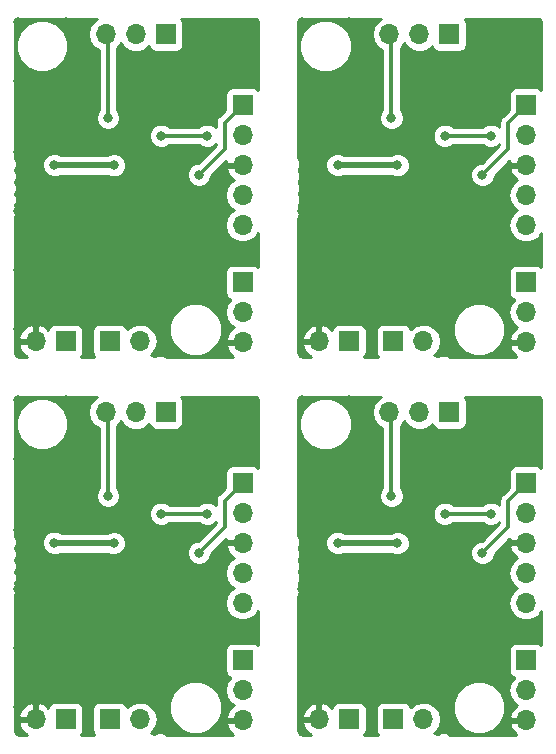
<source format=gbr>
G04 #@! TF.GenerationSoftware,KiCad,Pcbnew,5.0.2-bee76a0~70~ubuntu18.04.1*
G04 #@! TF.CreationDate,2019-07-19T10:53:47+02:00*
G04 #@! TF.ProjectId,AutoGardener_Outdoor_panel,4175746f-4761-4726-9465-6e65725f4f75,rev?*
G04 #@! TF.SameCoordinates,Original*
G04 #@! TF.FileFunction,Copper,L2,Bot*
G04 #@! TF.FilePolarity,Positive*
%FSLAX46Y46*%
G04 Gerber Fmt 4.6, Leading zero omitted, Abs format (unit mm)*
G04 Created by KiCad (PCBNEW 5.0.2-bee76a0~70~ubuntu18.04.1) date Fri 19 Jul 2019 10:53:47 CEST*
%MOMM*%
%LPD*%
G01*
G04 APERTURE LIST*
G04 #@! TA.AperFunction,ComponentPad*
%ADD10R,1.700000X1.700000*%
G04 #@! TD*
G04 #@! TA.AperFunction,ComponentPad*
%ADD11O,1.700000X1.700000*%
G04 #@! TD*
G04 #@! TA.AperFunction,ViaPad*
%ADD12C,0.800000*%
G04 #@! TD*
G04 #@! TA.AperFunction,Conductor*
%ADD13C,0.300000*%
G04 #@! TD*
G04 #@! TA.AperFunction,Conductor*
%ADD14C,0.500000*%
G04 #@! TD*
G04 #@! TA.AperFunction,NonConductor*
%ADD15C,0.254000*%
G04 #@! TD*
G04 APERTURE END LIST*
D10*
G04 #@! TO.P,J2,1*
G04 #@! TO.N,N/C*
X200000000Y-79000000D03*
D11*
G04 #@! TO.P,J2,2*
X200000000Y-81540000D03*
G04 #@! TO.P,J2,3*
X200000000Y-84080000D03*
G04 #@! TD*
G04 #@! TO.P,BAT1,2*
G04 #@! TO.N,N/C*
X206460000Y-84000000D03*
D10*
G04 #@! TO.P,BAT1,1*
X209000000Y-84000000D03*
G04 #@! TD*
G04 #@! TO.P,BAT1,1*
G04 #@! TO.N,N/C*
X185000000Y-84000000D03*
D11*
G04 #@! TO.P,BAT1,2*
X182460000Y-84000000D03*
G04 #@! TD*
G04 #@! TO.P,J1,5*
G04 #@! TO.N,N/C*
X200000000Y-74160000D03*
G04 #@! TO.P,J1,4*
X200000000Y-71620000D03*
G04 #@! TO.P,J1,3*
X200000000Y-69080000D03*
G04 #@! TO.P,J1,2*
X200000000Y-66540000D03*
D10*
G04 #@! TO.P,J1,1*
X200000000Y-64000000D03*
G04 #@! TD*
G04 #@! TO.P,J4,1*
G04 #@! TO.N,N/C*
X212750000Y-84000000D03*
D11*
G04 #@! TO.P,J4,2*
X215290000Y-84000000D03*
G04 #@! TD*
G04 #@! TO.P,J2,3*
G04 #@! TO.N,N/C*
X224000000Y-84080000D03*
G04 #@! TO.P,J2,2*
X224000000Y-81540000D03*
D10*
G04 #@! TO.P,J2,1*
X224000000Y-79000000D03*
G04 #@! TD*
D11*
G04 #@! TO.P,J3,3*
G04 #@! TO.N,N/C*
X188420000Y-58000000D03*
G04 #@! TO.P,J3,2*
X190960000Y-58000000D03*
D10*
G04 #@! TO.P,J3,1*
X193500000Y-58000000D03*
G04 #@! TD*
G04 #@! TO.P,J3,1*
G04 #@! TO.N,N/C*
X217500000Y-58000000D03*
D11*
G04 #@! TO.P,J3,2*
X214960000Y-58000000D03*
G04 #@! TO.P,J3,3*
X212420000Y-58000000D03*
G04 #@! TD*
D10*
G04 #@! TO.P,J1,1*
G04 #@! TO.N,N/C*
X224000000Y-64000000D03*
D11*
G04 #@! TO.P,J1,2*
X224000000Y-66540000D03*
G04 #@! TO.P,J1,3*
X224000000Y-69080000D03*
G04 #@! TO.P,J1,4*
X224000000Y-71620000D03*
G04 #@! TO.P,J1,5*
X224000000Y-74160000D03*
G04 #@! TD*
G04 #@! TO.P,J4,2*
G04 #@! TO.N,N/C*
X191290000Y-84000000D03*
D10*
G04 #@! TO.P,J4,1*
X188750000Y-84000000D03*
G04 #@! TD*
G04 #@! TO.P,J2,1*
G04 #@! TO.N,N/C*
X200000000Y-111000000D03*
D11*
G04 #@! TO.P,J2,2*
X200000000Y-113540000D03*
G04 #@! TO.P,J2,3*
X200000000Y-116080000D03*
G04 #@! TD*
G04 #@! TO.P,BAT1,2*
G04 #@! TO.N,N/C*
X206460000Y-116000000D03*
D10*
G04 #@! TO.P,BAT1,1*
X209000000Y-116000000D03*
G04 #@! TD*
G04 #@! TO.P,BAT1,1*
G04 #@! TO.N,N/C*
X185000000Y-116000000D03*
D11*
G04 #@! TO.P,BAT1,2*
X182460000Y-116000000D03*
G04 #@! TD*
G04 #@! TO.P,J1,5*
G04 #@! TO.N,N/C*
X200000000Y-106160000D03*
G04 #@! TO.P,J1,4*
X200000000Y-103620000D03*
G04 #@! TO.P,J1,3*
X200000000Y-101080000D03*
G04 #@! TO.P,J1,2*
X200000000Y-98540000D03*
D10*
G04 #@! TO.P,J1,1*
X200000000Y-96000000D03*
G04 #@! TD*
G04 #@! TO.P,J4,1*
G04 #@! TO.N,N/C*
X212750000Y-116000000D03*
D11*
G04 #@! TO.P,J4,2*
X215290000Y-116000000D03*
G04 #@! TD*
G04 #@! TO.P,J2,3*
G04 #@! TO.N,N/C*
X224000000Y-116080000D03*
G04 #@! TO.P,J2,2*
X224000000Y-113540000D03*
D10*
G04 #@! TO.P,J2,1*
X224000000Y-111000000D03*
G04 #@! TD*
D11*
G04 #@! TO.P,J3,3*
G04 #@! TO.N,N/C*
X188420000Y-90000000D03*
G04 #@! TO.P,J3,2*
X190960000Y-90000000D03*
D10*
G04 #@! TO.P,J3,1*
X193500000Y-90000000D03*
G04 #@! TD*
G04 #@! TO.P,J3,1*
G04 #@! TO.N,N/C*
X217500000Y-90000000D03*
D11*
G04 #@! TO.P,J3,2*
X214960000Y-90000000D03*
G04 #@! TO.P,J3,3*
X212420000Y-90000000D03*
G04 #@! TD*
D10*
G04 #@! TO.P,J1,1*
G04 #@! TO.N,N/C*
X224000000Y-96000000D03*
D11*
G04 #@! TO.P,J1,2*
X224000000Y-98540000D03*
G04 #@! TO.P,J1,3*
X224000000Y-101080000D03*
G04 #@! TO.P,J1,4*
X224000000Y-103620000D03*
G04 #@! TO.P,J1,5*
X224000000Y-106160000D03*
G04 #@! TD*
G04 #@! TO.P,J4,2*
G04 #@! TO.N,N/C*
X191290000Y-116000000D03*
D10*
G04 #@! TO.P,J4,1*
X188750000Y-116000000D03*
G04 #@! TD*
D12*
G04 #@! TO.N,*
X208037500Y-101062500D03*
X210500000Y-94500000D03*
X219000000Y-109500000D03*
X221000000Y-98600000D03*
X209000000Y-89000000D03*
X224000000Y-90000000D03*
X205000000Y-110000000D03*
X215000000Y-105000000D03*
X211000000Y-114000000D03*
X205000000Y-115000000D03*
X212600000Y-97100000D03*
X217000000Y-113000000D03*
X217000000Y-100000000D03*
X213100000Y-101100000D03*
X217000000Y-115000000D03*
X220500000Y-112000000D03*
X220300004Y-101900000D03*
X215500000Y-97500000D03*
X210000000Y-105500000D03*
X216500000Y-93000000D03*
X217100000Y-98600000D03*
X205000000Y-100000000D03*
X205000000Y-89000000D03*
X211000000Y-112000000D03*
X214000000Y-93000000D03*
X205000000Y-94000000D03*
X205000000Y-105000000D03*
X214000000Y-99500000D03*
X220000000Y-90000000D03*
X222000000Y-91000000D03*
X207000000Y-94500000D03*
X219000000Y-92000000D03*
X187000000Y-112000000D03*
X200000000Y-90000000D03*
X186000000Y-105500000D03*
X195000000Y-92000000D03*
X191500000Y-97500000D03*
X196000000Y-90000000D03*
X196500000Y-112000000D03*
X193000000Y-115000000D03*
X198000000Y-91000000D03*
X193000000Y-100000000D03*
X186500000Y-94500000D03*
X191000000Y-105000000D03*
X183000000Y-94500000D03*
X181000000Y-105000000D03*
X193000000Y-113000000D03*
X187000000Y-114000000D03*
X195000000Y-109500000D03*
X192500000Y-93000000D03*
X190000000Y-93000000D03*
X185000000Y-89000000D03*
X190000000Y-99500000D03*
X181000000Y-115000000D03*
X181000000Y-94000000D03*
X181000000Y-89000000D03*
X181000000Y-110000000D03*
X181000000Y-100000000D03*
X197000000Y-98600000D03*
X193100000Y-98600000D03*
X189100000Y-101100000D03*
X184037500Y-101062500D03*
X196300004Y-101900000D03*
X188600000Y-97100000D03*
X208037500Y-69062500D03*
X210500000Y-62500000D03*
X219000000Y-77500000D03*
X221000000Y-66600000D03*
X209000000Y-57000000D03*
X224000000Y-58000000D03*
X205000000Y-78000000D03*
X215000000Y-73000000D03*
X211000000Y-82000000D03*
X205000000Y-83000000D03*
X212600000Y-65100000D03*
X217000000Y-81000000D03*
X217000000Y-68000000D03*
X213100000Y-69100000D03*
X217000000Y-83000000D03*
X220500000Y-80000000D03*
X220300004Y-69900000D03*
X215500000Y-65500000D03*
X210000000Y-73500000D03*
X216500000Y-61000000D03*
X217100000Y-66600000D03*
X205000000Y-68000000D03*
X205000000Y-57000000D03*
X211000000Y-80000000D03*
X214000000Y-61000000D03*
X205000000Y-62000000D03*
X205000000Y-73000000D03*
X214000000Y-67500000D03*
X220000000Y-58000000D03*
X222000000Y-59000000D03*
X207000000Y-62500000D03*
X219000000Y-60000000D03*
X187000000Y-80000000D03*
X200000000Y-58000000D03*
X186000000Y-73500000D03*
X195000000Y-60000000D03*
X191500000Y-65500000D03*
X196000000Y-58000000D03*
X196500000Y-80000000D03*
X193000000Y-83000000D03*
X198000000Y-59000000D03*
X193000000Y-68000000D03*
X186500000Y-62500000D03*
X191000000Y-73000000D03*
X183000000Y-62500000D03*
X181000000Y-73000000D03*
X193000000Y-81000000D03*
X187000000Y-82000000D03*
X195000000Y-77500000D03*
X192500000Y-61000000D03*
X190000000Y-61000000D03*
X185000000Y-57000000D03*
X190000000Y-67500000D03*
X181000000Y-83000000D03*
X181000000Y-62000000D03*
X181000000Y-57000000D03*
X181000000Y-78000000D03*
X181000000Y-68000000D03*
X197000000Y-66600000D03*
X193100000Y-66600000D03*
X189100000Y-69100000D03*
X184037500Y-69062500D03*
X196300004Y-69900000D03*
X188600000Y-65100000D03*
G04 #@! TD*
D13*
G04 #@! TO.N,*
X224000000Y-96000000D02*
X222500000Y-97500000D01*
D14*
X213100000Y-101100000D02*
X213100000Y-101100000D01*
D13*
X220700003Y-101500001D02*
X220300004Y-101900000D01*
X212420000Y-90000000D02*
X212600000Y-90180000D01*
D14*
X213100000Y-101100000D02*
X208075000Y-101100000D01*
D13*
X222500000Y-97500000D02*
X222500000Y-99700004D01*
D14*
X208075000Y-101100000D02*
X208037500Y-101062500D01*
D13*
X222500000Y-99700004D02*
X220700003Y-101500001D01*
X212600000Y-90180000D02*
X212600000Y-97100000D01*
X221000000Y-98600000D02*
X217100000Y-98600000D01*
X197000000Y-98600000D02*
X193100000Y-98600000D01*
X198500000Y-97500000D02*
X198500000Y-99700004D01*
X198500000Y-99700004D02*
X196700003Y-101500001D01*
D14*
X189100000Y-101100000D02*
X184075000Y-101100000D01*
D13*
X196700003Y-101500001D02*
X196300004Y-101900000D01*
X200000000Y-96000000D02*
X198500000Y-97500000D01*
D14*
X189100000Y-101100000D02*
X189100000Y-101100000D01*
X184075000Y-101100000D02*
X184037500Y-101062500D01*
D13*
X188420000Y-90000000D02*
X188600000Y-90180000D01*
X188600000Y-90180000D02*
X188600000Y-97100000D01*
X224000000Y-64000000D02*
X222500000Y-65500000D01*
D14*
X213100000Y-69100000D02*
X213100000Y-69100000D01*
D13*
X220700003Y-69500001D02*
X220300004Y-69900000D01*
X212420000Y-58000000D02*
X212600000Y-58180000D01*
D14*
X213100000Y-69100000D02*
X208075000Y-69100000D01*
D13*
X222500000Y-65500000D02*
X222500000Y-67700004D01*
D14*
X208075000Y-69100000D02*
X208037500Y-69062500D01*
D13*
X222500000Y-67700004D02*
X220700003Y-69500001D01*
X212600000Y-58180000D02*
X212600000Y-65100000D01*
X221000000Y-66600000D02*
X217100000Y-66600000D01*
X197000000Y-66600000D02*
X193100000Y-66600000D01*
X198500000Y-65500000D02*
X198500000Y-67700004D01*
X198500000Y-67700004D02*
X196700003Y-69500001D01*
D14*
X189100000Y-69100000D02*
X184075000Y-69100000D01*
D13*
X196700003Y-69500001D02*
X196300004Y-69900000D01*
X200000000Y-64000000D02*
X198500000Y-65500000D01*
D14*
X189100000Y-69100000D02*
X189100000Y-69100000D01*
X184075000Y-69100000D02*
X184037500Y-69062500D01*
D13*
X188420000Y-58000000D02*
X188600000Y-58180000D01*
X188600000Y-58180000D02*
X188600000Y-65100000D01*
G04 #@! TD*
D15*
G36*
X187355142Y-88935142D02*
X187028697Y-89423703D01*
X186914064Y-90000000D01*
X187028697Y-90576297D01*
X187355142Y-91064858D01*
X187823000Y-91377470D01*
X187823001Y-96424602D01*
X187729352Y-96518251D01*
X187573000Y-96895717D01*
X187573000Y-97304283D01*
X187729352Y-97681749D01*
X188018251Y-97970648D01*
X188395717Y-98127000D01*
X188804283Y-98127000D01*
X189181749Y-97970648D01*
X189470648Y-97681749D01*
X189627000Y-97304283D01*
X189627000Y-96895717D01*
X189470648Y-96518251D01*
X189377000Y-96424603D01*
X189377000Y-91136926D01*
X189484858Y-91064858D01*
X189690000Y-90757840D01*
X189895142Y-91064858D01*
X190383703Y-91391303D01*
X190814529Y-91477000D01*
X191105471Y-91477000D01*
X191536297Y-91391303D01*
X192024858Y-91064858D01*
X192046895Y-91031877D01*
X192059380Y-91094643D01*
X192197959Y-91302041D01*
X192405357Y-91440620D01*
X192650000Y-91489283D01*
X194350000Y-91489283D01*
X194594643Y-91440620D01*
X194802041Y-91302041D01*
X194940620Y-91094643D01*
X194989283Y-90850000D01*
X194989283Y-89150000D01*
X194940620Y-88905357D01*
X194804741Y-88702000D01*
X200930861Y-88702000D01*
X201108776Y-88737389D01*
X201200993Y-88799007D01*
X201262611Y-88891224D01*
X201298000Y-89069139D01*
X201298000Y-94695259D01*
X201094643Y-94559380D01*
X200850000Y-94510717D01*
X199150000Y-94510717D01*
X198905357Y-94559380D01*
X198697959Y-94697959D01*
X198559380Y-94905357D01*
X198510717Y-95150000D01*
X198510717Y-96390440D01*
X198004695Y-96896462D01*
X197939814Y-96939814D01*
X197768082Y-97196831D01*
X197747155Y-97302041D01*
X197707778Y-97500000D01*
X197723000Y-97576526D01*
X197723000Y-97870603D01*
X197581749Y-97729352D01*
X197204283Y-97573000D01*
X196795717Y-97573000D01*
X196418251Y-97729352D01*
X196324603Y-97823000D01*
X193775397Y-97823000D01*
X193681749Y-97729352D01*
X193304283Y-97573000D01*
X192895717Y-97573000D01*
X192518251Y-97729352D01*
X192229352Y-98018251D01*
X192073000Y-98395717D01*
X192073000Y-98804283D01*
X192229352Y-99181749D01*
X192518251Y-99470648D01*
X192895717Y-99627000D01*
X193304283Y-99627000D01*
X193681749Y-99470648D01*
X193775397Y-99377000D01*
X196324603Y-99377000D01*
X196418251Y-99470648D01*
X196795717Y-99627000D01*
X197204283Y-99627000D01*
X197581749Y-99470648D01*
X197723001Y-99329396D01*
X197723001Y-99378159D01*
X196228161Y-100873000D01*
X196095721Y-100873000D01*
X195718255Y-101029352D01*
X195429356Y-101318251D01*
X195273004Y-101695717D01*
X195273004Y-102104283D01*
X195429356Y-102481749D01*
X195718255Y-102770648D01*
X196095721Y-102927000D01*
X196504287Y-102927000D01*
X196881753Y-102770648D01*
X197170652Y-102481749D01*
X197327004Y-102104283D01*
X197327004Y-101971843D01*
X198564470Y-100734377D01*
X198679845Y-100953000D01*
X199873000Y-100953000D01*
X199873000Y-100933000D01*
X200127000Y-100933000D01*
X200127000Y-100953000D01*
X200147000Y-100953000D01*
X200147000Y-101207000D01*
X200127000Y-101207000D01*
X200127000Y-101227000D01*
X199873000Y-101227000D01*
X199873000Y-101207000D01*
X198679845Y-101207000D01*
X198558524Y-101436890D01*
X198728355Y-101846924D01*
X199118642Y-102275183D01*
X199256934Y-102340128D01*
X198935142Y-102555142D01*
X198608697Y-103043703D01*
X198494064Y-103620000D01*
X198608697Y-104196297D01*
X198935142Y-104684858D01*
X199242160Y-104890000D01*
X198935142Y-105095142D01*
X198608697Y-105583703D01*
X198494064Y-106160000D01*
X198608697Y-106736297D01*
X198935142Y-107224858D01*
X199423703Y-107551303D01*
X199854529Y-107637000D01*
X200145471Y-107637000D01*
X200576297Y-107551303D01*
X201064858Y-107224858D01*
X201298001Y-106875934D01*
X201298001Y-109695259D01*
X201094643Y-109559380D01*
X200850000Y-109510717D01*
X199150000Y-109510717D01*
X198905357Y-109559380D01*
X198697959Y-109697959D01*
X198559380Y-109905357D01*
X198510717Y-110150000D01*
X198510717Y-111850000D01*
X198559380Y-112094643D01*
X198697959Y-112302041D01*
X198905357Y-112440620D01*
X198968123Y-112453105D01*
X198935142Y-112475142D01*
X198608697Y-112963703D01*
X198494064Y-113540000D01*
X198608697Y-114116297D01*
X198935142Y-114604858D01*
X199256934Y-114819872D01*
X199118642Y-114884817D01*
X198728355Y-115313076D01*
X198558524Y-115723110D01*
X198679845Y-115953000D01*
X199873000Y-115953000D01*
X199873000Y-115933000D01*
X200127000Y-115933000D01*
X200127000Y-115953000D01*
X200147000Y-115953000D01*
X200147000Y-116207000D01*
X200127000Y-116207000D01*
X200127000Y-116227000D01*
X199873000Y-116227000D01*
X199873000Y-116207000D01*
X198679845Y-116207000D01*
X198558524Y-116436890D01*
X198728355Y-116846924D01*
X199118642Y-117275183D01*
X199167227Y-117298000D01*
X193538264Y-117298000D01*
X193496780Y-117256516D01*
X193174446Y-117123000D01*
X192825554Y-117123000D01*
X192503220Y-117256516D01*
X192500000Y-117259736D01*
X192496780Y-117256516D01*
X192232101Y-117146882D01*
X192354858Y-117064858D01*
X192681303Y-116576297D01*
X192795936Y-116000000D01*
X192681303Y-115423703D01*
X192354858Y-114935142D01*
X191866297Y-114608697D01*
X191606511Y-114557022D01*
X193773000Y-114557022D01*
X193773000Y-115442978D01*
X194112040Y-116261494D01*
X194738506Y-116887960D01*
X195557022Y-117227000D01*
X196442978Y-117227000D01*
X197261494Y-116887960D01*
X197887960Y-116261494D01*
X198227000Y-115442978D01*
X198227000Y-114557022D01*
X197887960Y-113738506D01*
X197261494Y-113112040D01*
X196442978Y-112773000D01*
X195557022Y-112773000D01*
X194738506Y-113112040D01*
X194112040Y-113738506D01*
X193773000Y-114557022D01*
X191606511Y-114557022D01*
X191435471Y-114523000D01*
X191144529Y-114523000D01*
X190713703Y-114608697D01*
X190225142Y-114935142D01*
X190203105Y-114968123D01*
X190190620Y-114905357D01*
X190052041Y-114697959D01*
X189844643Y-114559380D01*
X189600000Y-114510717D01*
X187900000Y-114510717D01*
X187655357Y-114559380D01*
X187447959Y-114697959D01*
X187309380Y-114905357D01*
X187260717Y-115150000D01*
X187260717Y-116850000D01*
X187309380Y-117094643D01*
X187445259Y-117298000D01*
X186304741Y-117298000D01*
X186440620Y-117094643D01*
X186489283Y-116850000D01*
X186489283Y-115150000D01*
X186440620Y-114905357D01*
X186302041Y-114697959D01*
X186094643Y-114559380D01*
X185850000Y-114510717D01*
X184150000Y-114510717D01*
X183905357Y-114559380D01*
X183697959Y-114697959D01*
X183559380Y-114905357D01*
X183538167Y-115012001D01*
X183226924Y-114728355D01*
X182816890Y-114558524D01*
X182587000Y-114679845D01*
X182587000Y-115873000D01*
X182607000Y-115873000D01*
X182607000Y-116127000D01*
X182587000Y-116127000D01*
X182587000Y-116147000D01*
X182333000Y-116147000D01*
X182333000Y-116127000D01*
X181139181Y-116127000D01*
X181018514Y-116356892D01*
X181264817Y-116881358D01*
X181693076Y-117271645D01*
X181756707Y-117298000D01*
X181069139Y-117298000D01*
X180891224Y-117262611D01*
X180799007Y-117200993D01*
X180737389Y-117108776D01*
X180702000Y-116930861D01*
X180702000Y-115643108D01*
X181018514Y-115643108D01*
X181139181Y-115873000D01*
X182333000Y-115873000D01*
X182333000Y-114679845D01*
X182103110Y-114558524D01*
X181693076Y-114728355D01*
X181264817Y-115118642D01*
X181018514Y-115643108D01*
X180702000Y-115643108D01*
X180702000Y-105538264D01*
X180743484Y-105496780D01*
X180877000Y-105174446D01*
X180877000Y-104825554D01*
X180743484Y-104503220D01*
X180740264Y-104500000D01*
X180743484Y-104496780D01*
X180877000Y-104174446D01*
X180877000Y-103825554D01*
X180743484Y-103503220D01*
X180740264Y-103500000D01*
X180743484Y-103496780D01*
X180877000Y-103174446D01*
X180877000Y-102825554D01*
X180743484Y-102503220D01*
X180740264Y-102500000D01*
X180743484Y-102496780D01*
X180877000Y-102174446D01*
X180877000Y-101825554D01*
X180743484Y-101503220D01*
X180740264Y-101500000D01*
X180743484Y-101496780D01*
X180877000Y-101174446D01*
X180877000Y-100858217D01*
X183010500Y-100858217D01*
X183010500Y-101266783D01*
X183166852Y-101644249D01*
X183455751Y-101933148D01*
X183833217Y-102089500D01*
X184241783Y-102089500D01*
X184513381Y-101977000D01*
X188533586Y-101977000D01*
X188895717Y-102127000D01*
X189304283Y-102127000D01*
X189681749Y-101970648D01*
X189970648Y-101681749D01*
X190127000Y-101304283D01*
X190127000Y-100895717D01*
X189970648Y-100518251D01*
X189681749Y-100229352D01*
X189304283Y-100073000D01*
X188895717Y-100073000D01*
X188533586Y-100223000D01*
X184650397Y-100223000D01*
X184619249Y-100191852D01*
X184241783Y-100035500D01*
X183833217Y-100035500D01*
X183455751Y-100191852D01*
X183166852Y-100480751D01*
X183010500Y-100858217D01*
X180877000Y-100858217D01*
X180877000Y-100825554D01*
X180743484Y-100503220D01*
X180702000Y-100461736D01*
X180702000Y-90557022D01*
X180773000Y-90557022D01*
X180773000Y-91442978D01*
X181112040Y-92261494D01*
X181738506Y-92887960D01*
X182557022Y-93227000D01*
X183442978Y-93227000D01*
X184261494Y-92887960D01*
X184887960Y-92261494D01*
X185227000Y-91442978D01*
X185227000Y-90557022D01*
X184887960Y-89738506D01*
X184261494Y-89112040D01*
X183442978Y-88773000D01*
X182557022Y-88773000D01*
X181738506Y-89112040D01*
X181112040Y-89738506D01*
X180773000Y-90557022D01*
X180702000Y-90557022D01*
X180702000Y-89069139D01*
X180737389Y-88891224D01*
X180799007Y-88799007D01*
X180891224Y-88737389D01*
X181069139Y-88702000D01*
X187704065Y-88702000D01*
X187355142Y-88935142D01*
X187355142Y-88935142D01*
G37*
X187355142Y-88935142D02*
X187028697Y-89423703D01*
X186914064Y-90000000D01*
X187028697Y-90576297D01*
X187355142Y-91064858D01*
X187823000Y-91377470D01*
X187823001Y-96424602D01*
X187729352Y-96518251D01*
X187573000Y-96895717D01*
X187573000Y-97304283D01*
X187729352Y-97681749D01*
X188018251Y-97970648D01*
X188395717Y-98127000D01*
X188804283Y-98127000D01*
X189181749Y-97970648D01*
X189470648Y-97681749D01*
X189627000Y-97304283D01*
X189627000Y-96895717D01*
X189470648Y-96518251D01*
X189377000Y-96424603D01*
X189377000Y-91136926D01*
X189484858Y-91064858D01*
X189690000Y-90757840D01*
X189895142Y-91064858D01*
X190383703Y-91391303D01*
X190814529Y-91477000D01*
X191105471Y-91477000D01*
X191536297Y-91391303D01*
X192024858Y-91064858D01*
X192046895Y-91031877D01*
X192059380Y-91094643D01*
X192197959Y-91302041D01*
X192405357Y-91440620D01*
X192650000Y-91489283D01*
X194350000Y-91489283D01*
X194594643Y-91440620D01*
X194802041Y-91302041D01*
X194940620Y-91094643D01*
X194989283Y-90850000D01*
X194989283Y-89150000D01*
X194940620Y-88905357D01*
X194804741Y-88702000D01*
X200930861Y-88702000D01*
X201108776Y-88737389D01*
X201200993Y-88799007D01*
X201262611Y-88891224D01*
X201298000Y-89069139D01*
X201298000Y-94695259D01*
X201094643Y-94559380D01*
X200850000Y-94510717D01*
X199150000Y-94510717D01*
X198905357Y-94559380D01*
X198697959Y-94697959D01*
X198559380Y-94905357D01*
X198510717Y-95150000D01*
X198510717Y-96390440D01*
X198004695Y-96896462D01*
X197939814Y-96939814D01*
X197768082Y-97196831D01*
X197747155Y-97302041D01*
X197707778Y-97500000D01*
X197723000Y-97576526D01*
X197723000Y-97870603D01*
X197581749Y-97729352D01*
X197204283Y-97573000D01*
X196795717Y-97573000D01*
X196418251Y-97729352D01*
X196324603Y-97823000D01*
X193775397Y-97823000D01*
X193681749Y-97729352D01*
X193304283Y-97573000D01*
X192895717Y-97573000D01*
X192518251Y-97729352D01*
X192229352Y-98018251D01*
X192073000Y-98395717D01*
X192073000Y-98804283D01*
X192229352Y-99181749D01*
X192518251Y-99470648D01*
X192895717Y-99627000D01*
X193304283Y-99627000D01*
X193681749Y-99470648D01*
X193775397Y-99377000D01*
X196324603Y-99377000D01*
X196418251Y-99470648D01*
X196795717Y-99627000D01*
X197204283Y-99627000D01*
X197581749Y-99470648D01*
X197723001Y-99329396D01*
X197723001Y-99378159D01*
X196228161Y-100873000D01*
X196095721Y-100873000D01*
X195718255Y-101029352D01*
X195429356Y-101318251D01*
X195273004Y-101695717D01*
X195273004Y-102104283D01*
X195429356Y-102481749D01*
X195718255Y-102770648D01*
X196095721Y-102927000D01*
X196504287Y-102927000D01*
X196881753Y-102770648D01*
X197170652Y-102481749D01*
X197327004Y-102104283D01*
X197327004Y-101971843D01*
X198564470Y-100734377D01*
X198679845Y-100953000D01*
X199873000Y-100953000D01*
X199873000Y-100933000D01*
X200127000Y-100933000D01*
X200127000Y-100953000D01*
X200147000Y-100953000D01*
X200147000Y-101207000D01*
X200127000Y-101207000D01*
X200127000Y-101227000D01*
X199873000Y-101227000D01*
X199873000Y-101207000D01*
X198679845Y-101207000D01*
X198558524Y-101436890D01*
X198728355Y-101846924D01*
X199118642Y-102275183D01*
X199256934Y-102340128D01*
X198935142Y-102555142D01*
X198608697Y-103043703D01*
X198494064Y-103620000D01*
X198608697Y-104196297D01*
X198935142Y-104684858D01*
X199242160Y-104890000D01*
X198935142Y-105095142D01*
X198608697Y-105583703D01*
X198494064Y-106160000D01*
X198608697Y-106736297D01*
X198935142Y-107224858D01*
X199423703Y-107551303D01*
X199854529Y-107637000D01*
X200145471Y-107637000D01*
X200576297Y-107551303D01*
X201064858Y-107224858D01*
X201298001Y-106875934D01*
X201298001Y-109695259D01*
X201094643Y-109559380D01*
X200850000Y-109510717D01*
X199150000Y-109510717D01*
X198905357Y-109559380D01*
X198697959Y-109697959D01*
X198559380Y-109905357D01*
X198510717Y-110150000D01*
X198510717Y-111850000D01*
X198559380Y-112094643D01*
X198697959Y-112302041D01*
X198905357Y-112440620D01*
X198968123Y-112453105D01*
X198935142Y-112475142D01*
X198608697Y-112963703D01*
X198494064Y-113540000D01*
X198608697Y-114116297D01*
X198935142Y-114604858D01*
X199256934Y-114819872D01*
X199118642Y-114884817D01*
X198728355Y-115313076D01*
X198558524Y-115723110D01*
X198679845Y-115953000D01*
X199873000Y-115953000D01*
X199873000Y-115933000D01*
X200127000Y-115933000D01*
X200127000Y-115953000D01*
X200147000Y-115953000D01*
X200147000Y-116207000D01*
X200127000Y-116207000D01*
X200127000Y-116227000D01*
X199873000Y-116227000D01*
X199873000Y-116207000D01*
X198679845Y-116207000D01*
X198558524Y-116436890D01*
X198728355Y-116846924D01*
X199118642Y-117275183D01*
X199167227Y-117298000D01*
X193538264Y-117298000D01*
X193496780Y-117256516D01*
X193174446Y-117123000D01*
X192825554Y-117123000D01*
X192503220Y-117256516D01*
X192500000Y-117259736D01*
X192496780Y-117256516D01*
X192232101Y-117146882D01*
X192354858Y-117064858D01*
X192681303Y-116576297D01*
X192795936Y-116000000D01*
X192681303Y-115423703D01*
X192354858Y-114935142D01*
X191866297Y-114608697D01*
X191606511Y-114557022D01*
X193773000Y-114557022D01*
X193773000Y-115442978D01*
X194112040Y-116261494D01*
X194738506Y-116887960D01*
X195557022Y-117227000D01*
X196442978Y-117227000D01*
X197261494Y-116887960D01*
X197887960Y-116261494D01*
X198227000Y-115442978D01*
X198227000Y-114557022D01*
X197887960Y-113738506D01*
X197261494Y-113112040D01*
X196442978Y-112773000D01*
X195557022Y-112773000D01*
X194738506Y-113112040D01*
X194112040Y-113738506D01*
X193773000Y-114557022D01*
X191606511Y-114557022D01*
X191435471Y-114523000D01*
X191144529Y-114523000D01*
X190713703Y-114608697D01*
X190225142Y-114935142D01*
X190203105Y-114968123D01*
X190190620Y-114905357D01*
X190052041Y-114697959D01*
X189844643Y-114559380D01*
X189600000Y-114510717D01*
X187900000Y-114510717D01*
X187655357Y-114559380D01*
X187447959Y-114697959D01*
X187309380Y-114905357D01*
X187260717Y-115150000D01*
X187260717Y-116850000D01*
X187309380Y-117094643D01*
X187445259Y-117298000D01*
X186304741Y-117298000D01*
X186440620Y-117094643D01*
X186489283Y-116850000D01*
X186489283Y-115150000D01*
X186440620Y-114905357D01*
X186302041Y-114697959D01*
X186094643Y-114559380D01*
X185850000Y-114510717D01*
X184150000Y-114510717D01*
X183905357Y-114559380D01*
X183697959Y-114697959D01*
X183559380Y-114905357D01*
X183538167Y-115012001D01*
X183226924Y-114728355D01*
X182816890Y-114558524D01*
X182587000Y-114679845D01*
X182587000Y-115873000D01*
X182607000Y-115873000D01*
X182607000Y-116127000D01*
X182587000Y-116127000D01*
X182587000Y-116147000D01*
X182333000Y-116147000D01*
X182333000Y-116127000D01*
X181139181Y-116127000D01*
X181018514Y-116356892D01*
X181264817Y-116881358D01*
X181693076Y-117271645D01*
X181756707Y-117298000D01*
X181069139Y-117298000D01*
X180891224Y-117262611D01*
X180799007Y-117200993D01*
X180737389Y-117108776D01*
X180702000Y-116930861D01*
X180702000Y-115643108D01*
X181018514Y-115643108D01*
X181139181Y-115873000D01*
X182333000Y-115873000D01*
X182333000Y-114679845D01*
X182103110Y-114558524D01*
X181693076Y-114728355D01*
X181264817Y-115118642D01*
X181018514Y-115643108D01*
X180702000Y-115643108D01*
X180702000Y-105538264D01*
X180743484Y-105496780D01*
X180877000Y-105174446D01*
X180877000Y-104825554D01*
X180743484Y-104503220D01*
X180740264Y-104500000D01*
X180743484Y-104496780D01*
X180877000Y-104174446D01*
X180877000Y-103825554D01*
X180743484Y-103503220D01*
X180740264Y-103500000D01*
X180743484Y-103496780D01*
X180877000Y-103174446D01*
X180877000Y-102825554D01*
X180743484Y-102503220D01*
X180740264Y-102500000D01*
X180743484Y-102496780D01*
X180877000Y-102174446D01*
X180877000Y-101825554D01*
X180743484Y-101503220D01*
X180740264Y-101500000D01*
X180743484Y-101496780D01*
X180877000Y-101174446D01*
X180877000Y-100858217D01*
X183010500Y-100858217D01*
X183010500Y-101266783D01*
X183166852Y-101644249D01*
X183455751Y-101933148D01*
X183833217Y-102089500D01*
X184241783Y-102089500D01*
X184513381Y-101977000D01*
X188533586Y-101977000D01*
X188895717Y-102127000D01*
X189304283Y-102127000D01*
X189681749Y-101970648D01*
X189970648Y-101681749D01*
X190127000Y-101304283D01*
X190127000Y-100895717D01*
X189970648Y-100518251D01*
X189681749Y-100229352D01*
X189304283Y-100073000D01*
X188895717Y-100073000D01*
X188533586Y-100223000D01*
X184650397Y-100223000D01*
X184619249Y-100191852D01*
X184241783Y-100035500D01*
X183833217Y-100035500D01*
X183455751Y-100191852D01*
X183166852Y-100480751D01*
X183010500Y-100858217D01*
X180877000Y-100858217D01*
X180877000Y-100825554D01*
X180743484Y-100503220D01*
X180702000Y-100461736D01*
X180702000Y-90557022D01*
X180773000Y-90557022D01*
X180773000Y-91442978D01*
X181112040Y-92261494D01*
X181738506Y-92887960D01*
X182557022Y-93227000D01*
X183442978Y-93227000D01*
X184261494Y-92887960D01*
X184887960Y-92261494D01*
X185227000Y-91442978D01*
X185227000Y-90557022D01*
X184887960Y-89738506D01*
X184261494Y-89112040D01*
X183442978Y-88773000D01*
X182557022Y-88773000D01*
X181738506Y-89112040D01*
X181112040Y-89738506D01*
X180773000Y-90557022D01*
X180702000Y-90557022D01*
X180702000Y-89069139D01*
X180737389Y-88891224D01*
X180799007Y-88799007D01*
X180891224Y-88737389D01*
X181069139Y-88702000D01*
X187704065Y-88702000D01*
X187355142Y-88935142D01*
G36*
X211355142Y-88935142D02*
X211028697Y-89423703D01*
X210914064Y-90000000D01*
X211028697Y-90576297D01*
X211355142Y-91064858D01*
X211823000Y-91377470D01*
X211823001Y-96424602D01*
X211729352Y-96518251D01*
X211573000Y-96895717D01*
X211573000Y-97304283D01*
X211729352Y-97681749D01*
X212018251Y-97970648D01*
X212395717Y-98127000D01*
X212804283Y-98127000D01*
X213181749Y-97970648D01*
X213470648Y-97681749D01*
X213627000Y-97304283D01*
X213627000Y-96895717D01*
X213470648Y-96518251D01*
X213377000Y-96424603D01*
X213377000Y-91136926D01*
X213484858Y-91064858D01*
X213690000Y-90757840D01*
X213895142Y-91064858D01*
X214383703Y-91391303D01*
X214814529Y-91477000D01*
X215105471Y-91477000D01*
X215536297Y-91391303D01*
X216024858Y-91064858D01*
X216046895Y-91031877D01*
X216059380Y-91094643D01*
X216197959Y-91302041D01*
X216405357Y-91440620D01*
X216650000Y-91489283D01*
X218350000Y-91489283D01*
X218594643Y-91440620D01*
X218802041Y-91302041D01*
X218940620Y-91094643D01*
X218989283Y-90850000D01*
X218989283Y-89150000D01*
X218940620Y-88905357D01*
X218804741Y-88702000D01*
X224930861Y-88702000D01*
X225108776Y-88737389D01*
X225200993Y-88799007D01*
X225262611Y-88891224D01*
X225298000Y-89069139D01*
X225298000Y-94695259D01*
X225094643Y-94559380D01*
X224850000Y-94510717D01*
X223150000Y-94510717D01*
X222905357Y-94559380D01*
X222697959Y-94697959D01*
X222559380Y-94905357D01*
X222510717Y-95150000D01*
X222510717Y-96390440D01*
X222004695Y-96896462D01*
X221939814Y-96939814D01*
X221768082Y-97196831D01*
X221747155Y-97302041D01*
X221707778Y-97500000D01*
X221723000Y-97576526D01*
X221723000Y-97870603D01*
X221581749Y-97729352D01*
X221204283Y-97573000D01*
X220795717Y-97573000D01*
X220418251Y-97729352D01*
X220324603Y-97823000D01*
X217775397Y-97823000D01*
X217681749Y-97729352D01*
X217304283Y-97573000D01*
X216895717Y-97573000D01*
X216518251Y-97729352D01*
X216229352Y-98018251D01*
X216073000Y-98395717D01*
X216073000Y-98804283D01*
X216229352Y-99181749D01*
X216518251Y-99470648D01*
X216895717Y-99627000D01*
X217304283Y-99627000D01*
X217681749Y-99470648D01*
X217775397Y-99377000D01*
X220324603Y-99377000D01*
X220418251Y-99470648D01*
X220795717Y-99627000D01*
X221204283Y-99627000D01*
X221581749Y-99470648D01*
X221723001Y-99329396D01*
X221723001Y-99378159D01*
X220228161Y-100873000D01*
X220095721Y-100873000D01*
X219718255Y-101029352D01*
X219429356Y-101318251D01*
X219273004Y-101695717D01*
X219273004Y-102104283D01*
X219429356Y-102481749D01*
X219718255Y-102770648D01*
X220095721Y-102927000D01*
X220504287Y-102927000D01*
X220881753Y-102770648D01*
X221170652Y-102481749D01*
X221327004Y-102104283D01*
X221327004Y-101971843D01*
X222564470Y-100734377D01*
X222679845Y-100953000D01*
X223873000Y-100953000D01*
X223873000Y-100933000D01*
X224127000Y-100933000D01*
X224127000Y-100953000D01*
X224147000Y-100953000D01*
X224147000Y-101207000D01*
X224127000Y-101207000D01*
X224127000Y-101227000D01*
X223873000Y-101227000D01*
X223873000Y-101207000D01*
X222679845Y-101207000D01*
X222558524Y-101436890D01*
X222728355Y-101846924D01*
X223118642Y-102275183D01*
X223256934Y-102340128D01*
X222935142Y-102555142D01*
X222608697Y-103043703D01*
X222494064Y-103620000D01*
X222608697Y-104196297D01*
X222935142Y-104684858D01*
X223242160Y-104890000D01*
X222935142Y-105095142D01*
X222608697Y-105583703D01*
X222494064Y-106160000D01*
X222608697Y-106736297D01*
X222935142Y-107224858D01*
X223423703Y-107551303D01*
X223854529Y-107637000D01*
X224145471Y-107637000D01*
X224576297Y-107551303D01*
X225064858Y-107224858D01*
X225298001Y-106875934D01*
X225298001Y-109695259D01*
X225094643Y-109559380D01*
X224850000Y-109510717D01*
X223150000Y-109510717D01*
X222905357Y-109559380D01*
X222697959Y-109697959D01*
X222559380Y-109905357D01*
X222510717Y-110150000D01*
X222510717Y-111850000D01*
X222559380Y-112094643D01*
X222697959Y-112302041D01*
X222905357Y-112440620D01*
X222968123Y-112453105D01*
X222935142Y-112475142D01*
X222608697Y-112963703D01*
X222494064Y-113540000D01*
X222608697Y-114116297D01*
X222935142Y-114604858D01*
X223256934Y-114819872D01*
X223118642Y-114884817D01*
X222728355Y-115313076D01*
X222558524Y-115723110D01*
X222679845Y-115953000D01*
X223873000Y-115953000D01*
X223873000Y-115933000D01*
X224127000Y-115933000D01*
X224127000Y-115953000D01*
X224147000Y-115953000D01*
X224147000Y-116207000D01*
X224127000Y-116207000D01*
X224127000Y-116227000D01*
X223873000Y-116227000D01*
X223873000Y-116207000D01*
X222679845Y-116207000D01*
X222558524Y-116436890D01*
X222728355Y-116846924D01*
X223118642Y-117275183D01*
X223167227Y-117298000D01*
X217538264Y-117298000D01*
X217496780Y-117256516D01*
X217174446Y-117123000D01*
X216825554Y-117123000D01*
X216503220Y-117256516D01*
X216500000Y-117259736D01*
X216496780Y-117256516D01*
X216232101Y-117146882D01*
X216354858Y-117064858D01*
X216681303Y-116576297D01*
X216795936Y-116000000D01*
X216681303Y-115423703D01*
X216354858Y-114935142D01*
X215866297Y-114608697D01*
X215606511Y-114557022D01*
X217773000Y-114557022D01*
X217773000Y-115442978D01*
X218112040Y-116261494D01*
X218738506Y-116887960D01*
X219557022Y-117227000D01*
X220442978Y-117227000D01*
X221261494Y-116887960D01*
X221887960Y-116261494D01*
X222227000Y-115442978D01*
X222227000Y-114557022D01*
X221887960Y-113738506D01*
X221261494Y-113112040D01*
X220442978Y-112773000D01*
X219557022Y-112773000D01*
X218738506Y-113112040D01*
X218112040Y-113738506D01*
X217773000Y-114557022D01*
X215606511Y-114557022D01*
X215435471Y-114523000D01*
X215144529Y-114523000D01*
X214713703Y-114608697D01*
X214225142Y-114935142D01*
X214203105Y-114968123D01*
X214190620Y-114905357D01*
X214052041Y-114697959D01*
X213844643Y-114559380D01*
X213600000Y-114510717D01*
X211900000Y-114510717D01*
X211655357Y-114559380D01*
X211447959Y-114697959D01*
X211309380Y-114905357D01*
X211260717Y-115150000D01*
X211260717Y-116850000D01*
X211309380Y-117094643D01*
X211445259Y-117298000D01*
X210304741Y-117298000D01*
X210440620Y-117094643D01*
X210489283Y-116850000D01*
X210489283Y-115150000D01*
X210440620Y-114905357D01*
X210302041Y-114697959D01*
X210094643Y-114559380D01*
X209850000Y-114510717D01*
X208150000Y-114510717D01*
X207905357Y-114559380D01*
X207697959Y-114697959D01*
X207559380Y-114905357D01*
X207538167Y-115012001D01*
X207226924Y-114728355D01*
X206816890Y-114558524D01*
X206587000Y-114679845D01*
X206587000Y-115873000D01*
X206607000Y-115873000D01*
X206607000Y-116127000D01*
X206587000Y-116127000D01*
X206587000Y-116147000D01*
X206333000Y-116147000D01*
X206333000Y-116127000D01*
X205139181Y-116127000D01*
X205018514Y-116356892D01*
X205264817Y-116881358D01*
X205693076Y-117271645D01*
X205756707Y-117298000D01*
X205069139Y-117298000D01*
X204891224Y-117262611D01*
X204799007Y-117200993D01*
X204737389Y-117108776D01*
X204702000Y-116930861D01*
X204702000Y-115643108D01*
X205018514Y-115643108D01*
X205139181Y-115873000D01*
X206333000Y-115873000D01*
X206333000Y-114679845D01*
X206103110Y-114558524D01*
X205693076Y-114728355D01*
X205264817Y-115118642D01*
X205018514Y-115643108D01*
X204702000Y-115643108D01*
X204702000Y-105538264D01*
X204743484Y-105496780D01*
X204877000Y-105174446D01*
X204877000Y-104825554D01*
X204743484Y-104503220D01*
X204740264Y-104500000D01*
X204743484Y-104496780D01*
X204877000Y-104174446D01*
X204877000Y-103825554D01*
X204743484Y-103503220D01*
X204740264Y-103500000D01*
X204743484Y-103496780D01*
X204877000Y-103174446D01*
X204877000Y-102825554D01*
X204743484Y-102503220D01*
X204740264Y-102500000D01*
X204743484Y-102496780D01*
X204877000Y-102174446D01*
X204877000Y-101825554D01*
X204743484Y-101503220D01*
X204740264Y-101500000D01*
X204743484Y-101496780D01*
X204877000Y-101174446D01*
X204877000Y-100858217D01*
X207010500Y-100858217D01*
X207010500Y-101266783D01*
X207166852Y-101644249D01*
X207455751Y-101933148D01*
X207833217Y-102089500D01*
X208241783Y-102089500D01*
X208513381Y-101977000D01*
X212533586Y-101977000D01*
X212895717Y-102127000D01*
X213304283Y-102127000D01*
X213681749Y-101970648D01*
X213970648Y-101681749D01*
X214127000Y-101304283D01*
X214127000Y-100895717D01*
X213970648Y-100518251D01*
X213681749Y-100229352D01*
X213304283Y-100073000D01*
X212895717Y-100073000D01*
X212533586Y-100223000D01*
X208650397Y-100223000D01*
X208619249Y-100191852D01*
X208241783Y-100035500D01*
X207833217Y-100035500D01*
X207455751Y-100191852D01*
X207166852Y-100480751D01*
X207010500Y-100858217D01*
X204877000Y-100858217D01*
X204877000Y-100825554D01*
X204743484Y-100503220D01*
X204702000Y-100461736D01*
X204702000Y-90557022D01*
X204773000Y-90557022D01*
X204773000Y-91442978D01*
X205112040Y-92261494D01*
X205738506Y-92887960D01*
X206557022Y-93227000D01*
X207442978Y-93227000D01*
X208261494Y-92887960D01*
X208887960Y-92261494D01*
X209227000Y-91442978D01*
X209227000Y-90557022D01*
X208887960Y-89738506D01*
X208261494Y-89112040D01*
X207442978Y-88773000D01*
X206557022Y-88773000D01*
X205738506Y-89112040D01*
X205112040Y-89738506D01*
X204773000Y-90557022D01*
X204702000Y-90557022D01*
X204702000Y-89069139D01*
X204737389Y-88891224D01*
X204799007Y-88799007D01*
X204891224Y-88737389D01*
X205069139Y-88702000D01*
X211704065Y-88702000D01*
X211355142Y-88935142D01*
X211355142Y-88935142D01*
G37*
X211355142Y-88935142D02*
X211028697Y-89423703D01*
X210914064Y-90000000D01*
X211028697Y-90576297D01*
X211355142Y-91064858D01*
X211823000Y-91377470D01*
X211823001Y-96424602D01*
X211729352Y-96518251D01*
X211573000Y-96895717D01*
X211573000Y-97304283D01*
X211729352Y-97681749D01*
X212018251Y-97970648D01*
X212395717Y-98127000D01*
X212804283Y-98127000D01*
X213181749Y-97970648D01*
X213470648Y-97681749D01*
X213627000Y-97304283D01*
X213627000Y-96895717D01*
X213470648Y-96518251D01*
X213377000Y-96424603D01*
X213377000Y-91136926D01*
X213484858Y-91064858D01*
X213690000Y-90757840D01*
X213895142Y-91064858D01*
X214383703Y-91391303D01*
X214814529Y-91477000D01*
X215105471Y-91477000D01*
X215536297Y-91391303D01*
X216024858Y-91064858D01*
X216046895Y-91031877D01*
X216059380Y-91094643D01*
X216197959Y-91302041D01*
X216405357Y-91440620D01*
X216650000Y-91489283D01*
X218350000Y-91489283D01*
X218594643Y-91440620D01*
X218802041Y-91302041D01*
X218940620Y-91094643D01*
X218989283Y-90850000D01*
X218989283Y-89150000D01*
X218940620Y-88905357D01*
X218804741Y-88702000D01*
X224930861Y-88702000D01*
X225108776Y-88737389D01*
X225200993Y-88799007D01*
X225262611Y-88891224D01*
X225298000Y-89069139D01*
X225298000Y-94695259D01*
X225094643Y-94559380D01*
X224850000Y-94510717D01*
X223150000Y-94510717D01*
X222905357Y-94559380D01*
X222697959Y-94697959D01*
X222559380Y-94905357D01*
X222510717Y-95150000D01*
X222510717Y-96390440D01*
X222004695Y-96896462D01*
X221939814Y-96939814D01*
X221768082Y-97196831D01*
X221747155Y-97302041D01*
X221707778Y-97500000D01*
X221723000Y-97576526D01*
X221723000Y-97870603D01*
X221581749Y-97729352D01*
X221204283Y-97573000D01*
X220795717Y-97573000D01*
X220418251Y-97729352D01*
X220324603Y-97823000D01*
X217775397Y-97823000D01*
X217681749Y-97729352D01*
X217304283Y-97573000D01*
X216895717Y-97573000D01*
X216518251Y-97729352D01*
X216229352Y-98018251D01*
X216073000Y-98395717D01*
X216073000Y-98804283D01*
X216229352Y-99181749D01*
X216518251Y-99470648D01*
X216895717Y-99627000D01*
X217304283Y-99627000D01*
X217681749Y-99470648D01*
X217775397Y-99377000D01*
X220324603Y-99377000D01*
X220418251Y-99470648D01*
X220795717Y-99627000D01*
X221204283Y-99627000D01*
X221581749Y-99470648D01*
X221723001Y-99329396D01*
X221723001Y-99378159D01*
X220228161Y-100873000D01*
X220095721Y-100873000D01*
X219718255Y-101029352D01*
X219429356Y-101318251D01*
X219273004Y-101695717D01*
X219273004Y-102104283D01*
X219429356Y-102481749D01*
X219718255Y-102770648D01*
X220095721Y-102927000D01*
X220504287Y-102927000D01*
X220881753Y-102770648D01*
X221170652Y-102481749D01*
X221327004Y-102104283D01*
X221327004Y-101971843D01*
X222564470Y-100734377D01*
X222679845Y-100953000D01*
X223873000Y-100953000D01*
X223873000Y-100933000D01*
X224127000Y-100933000D01*
X224127000Y-100953000D01*
X224147000Y-100953000D01*
X224147000Y-101207000D01*
X224127000Y-101207000D01*
X224127000Y-101227000D01*
X223873000Y-101227000D01*
X223873000Y-101207000D01*
X222679845Y-101207000D01*
X222558524Y-101436890D01*
X222728355Y-101846924D01*
X223118642Y-102275183D01*
X223256934Y-102340128D01*
X222935142Y-102555142D01*
X222608697Y-103043703D01*
X222494064Y-103620000D01*
X222608697Y-104196297D01*
X222935142Y-104684858D01*
X223242160Y-104890000D01*
X222935142Y-105095142D01*
X222608697Y-105583703D01*
X222494064Y-106160000D01*
X222608697Y-106736297D01*
X222935142Y-107224858D01*
X223423703Y-107551303D01*
X223854529Y-107637000D01*
X224145471Y-107637000D01*
X224576297Y-107551303D01*
X225064858Y-107224858D01*
X225298001Y-106875934D01*
X225298001Y-109695259D01*
X225094643Y-109559380D01*
X224850000Y-109510717D01*
X223150000Y-109510717D01*
X222905357Y-109559380D01*
X222697959Y-109697959D01*
X222559380Y-109905357D01*
X222510717Y-110150000D01*
X222510717Y-111850000D01*
X222559380Y-112094643D01*
X222697959Y-112302041D01*
X222905357Y-112440620D01*
X222968123Y-112453105D01*
X222935142Y-112475142D01*
X222608697Y-112963703D01*
X222494064Y-113540000D01*
X222608697Y-114116297D01*
X222935142Y-114604858D01*
X223256934Y-114819872D01*
X223118642Y-114884817D01*
X222728355Y-115313076D01*
X222558524Y-115723110D01*
X222679845Y-115953000D01*
X223873000Y-115953000D01*
X223873000Y-115933000D01*
X224127000Y-115933000D01*
X224127000Y-115953000D01*
X224147000Y-115953000D01*
X224147000Y-116207000D01*
X224127000Y-116207000D01*
X224127000Y-116227000D01*
X223873000Y-116227000D01*
X223873000Y-116207000D01*
X222679845Y-116207000D01*
X222558524Y-116436890D01*
X222728355Y-116846924D01*
X223118642Y-117275183D01*
X223167227Y-117298000D01*
X217538264Y-117298000D01*
X217496780Y-117256516D01*
X217174446Y-117123000D01*
X216825554Y-117123000D01*
X216503220Y-117256516D01*
X216500000Y-117259736D01*
X216496780Y-117256516D01*
X216232101Y-117146882D01*
X216354858Y-117064858D01*
X216681303Y-116576297D01*
X216795936Y-116000000D01*
X216681303Y-115423703D01*
X216354858Y-114935142D01*
X215866297Y-114608697D01*
X215606511Y-114557022D01*
X217773000Y-114557022D01*
X217773000Y-115442978D01*
X218112040Y-116261494D01*
X218738506Y-116887960D01*
X219557022Y-117227000D01*
X220442978Y-117227000D01*
X221261494Y-116887960D01*
X221887960Y-116261494D01*
X222227000Y-115442978D01*
X222227000Y-114557022D01*
X221887960Y-113738506D01*
X221261494Y-113112040D01*
X220442978Y-112773000D01*
X219557022Y-112773000D01*
X218738506Y-113112040D01*
X218112040Y-113738506D01*
X217773000Y-114557022D01*
X215606511Y-114557022D01*
X215435471Y-114523000D01*
X215144529Y-114523000D01*
X214713703Y-114608697D01*
X214225142Y-114935142D01*
X214203105Y-114968123D01*
X214190620Y-114905357D01*
X214052041Y-114697959D01*
X213844643Y-114559380D01*
X213600000Y-114510717D01*
X211900000Y-114510717D01*
X211655357Y-114559380D01*
X211447959Y-114697959D01*
X211309380Y-114905357D01*
X211260717Y-115150000D01*
X211260717Y-116850000D01*
X211309380Y-117094643D01*
X211445259Y-117298000D01*
X210304741Y-117298000D01*
X210440620Y-117094643D01*
X210489283Y-116850000D01*
X210489283Y-115150000D01*
X210440620Y-114905357D01*
X210302041Y-114697959D01*
X210094643Y-114559380D01*
X209850000Y-114510717D01*
X208150000Y-114510717D01*
X207905357Y-114559380D01*
X207697959Y-114697959D01*
X207559380Y-114905357D01*
X207538167Y-115012001D01*
X207226924Y-114728355D01*
X206816890Y-114558524D01*
X206587000Y-114679845D01*
X206587000Y-115873000D01*
X206607000Y-115873000D01*
X206607000Y-116127000D01*
X206587000Y-116127000D01*
X206587000Y-116147000D01*
X206333000Y-116147000D01*
X206333000Y-116127000D01*
X205139181Y-116127000D01*
X205018514Y-116356892D01*
X205264817Y-116881358D01*
X205693076Y-117271645D01*
X205756707Y-117298000D01*
X205069139Y-117298000D01*
X204891224Y-117262611D01*
X204799007Y-117200993D01*
X204737389Y-117108776D01*
X204702000Y-116930861D01*
X204702000Y-115643108D01*
X205018514Y-115643108D01*
X205139181Y-115873000D01*
X206333000Y-115873000D01*
X206333000Y-114679845D01*
X206103110Y-114558524D01*
X205693076Y-114728355D01*
X205264817Y-115118642D01*
X205018514Y-115643108D01*
X204702000Y-115643108D01*
X204702000Y-105538264D01*
X204743484Y-105496780D01*
X204877000Y-105174446D01*
X204877000Y-104825554D01*
X204743484Y-104503220D01*
X204740264Y-104500000D01*
X204743484Y-104496780D01*
X204877000Y-104174446D01*
X204877000Y-103825554D01*
X204743484Y-103503220D01*
X204740264Y-103500000D01*
X204743484Y-103496780D01*
X204877000Y-103174446D01*
X204877000Y-102825554D01*
X204743484Y-102503220D01*
X204740264Y-102500000D01*
X204743484Y-102496780D01*
X204877000Y-102174446D01*
X204877000Y-101825554D01*
X204743484Y-101503220D01*
X204740264Y-101500000D01*
X204743484Y-101496780D01*
X204877000Y-101174446D01*
X204877000Y-100858217D01*
X207010500Y-100858217D01*
X207010500Y-101266783D01*
X207166852Y-101644249D01*
X207455751Y-101933148D01*
X207833217Y-102089500D01*
X208241783Y-102089500D01*
X208513381Y-101977000D01*
X212533586Y-101977000D01*
X212895717Y-102127000D01*
X213304283Y-102127000D01*
X213681749Y-101970648D01*
X213970648Y-101681749D01*
X214127000Y-101304283D01*
X214127000Y-100895717D01*
X213970648Y-100518251D01*
X213681749Y-100229352D01*
X213304283Y-100073000D01*
X212895717Y-100073000D01*
X212533586Y-100223000D01*
X208650397Y-100223000D01*
X208619249Y-100191852D01*
X208241783Y-100035500D01*
X207833217Y-100035500D01*
X207455751Y-100191852D01*
X207166852Y-100480751D01*
X207010500Y-100858217D01*
X204877000Y-100858217D01*
X204877000Y-100825554D01*
X204743484Y-100503220D01*
X204702000Y-100461736D01*
X204702000Y-90557022D01*
X204773000Y-90557022D01*
X204773000Y-91442978D01*
X205112040Y-92261494D01*
X205738506Y-92887960D01*
X206557022Y-93227000D01*
X207442978Y-93227000D01*
X208261494Y-92887960D01*
X208887960Y-92261494D01*
X209227000Y-91442978D01*
X209227000Y-90557022D01*
X208887960Y-89738506D01*
X208261494Y-89112040D01*
X207442978Y-88773000D01*
X206557022Y-88773000D01*
X205738506Y-89112040D01*
X205112040Y-89738506D01*
X204773000Y-90557022D01*
X204702000Y-90557022D01*
X204702000Y-89069139D01*
X204737389Y-88891224D01*
X204799007Y-88799007D01*
X204891224Y-88737389D01*
X205069139Y-88702000D01*
X211704065Y-88702000D01*
X211355142Y-88935142D01*
G36*
X187355142Y-56935142D02*
X187028697Y-57423703D01*
X186914064Y-58000000D01*
X187028697Y-58576297D01*
X187355142Y-59064858D01*
X187823000Y-59377470D01*
X187823001Y-64424602D01*
X187729352Y-64518251D01*
X187573000Y-64895717D01*
X187573000Y-65304283D01*
X187729352Y-65681749D01*
X188018251Y-65970648D01*
X188395717Y-66127000D01*
X188804283Y-66127000D01*
X189181749Y-65970648D01*
X189470648Y-65681749D01*
X189627000Y-65304283D01*
X189627000Y-64895717D01*
X189470648Y-64518251D01*
X189377000Y-64424603D01*
X189377000Y-59136926D01*
X189484858Y-59064858D01*
X189690000Y-58757840D01*
X189895142Y-59064858D01*
X190383703Y-59391303D01*
X190814529Y-59477000D01*
X191105471Y-59477000D01*
X191536297Y-59391303D01*
X192024858Y-59064858D01*
X192046895Y-59031877D01*
X192059380Y-59094643D01*
X192197959Y-59302041D01*
X192405357Y-59440620D01*
X192650000Y-59489283D01*
X194350000Y-59489283D01*
X194594643Y-59440620D01*
X194802041Y-59302041D01*
X194940620Y-59094643D01*
X194989283Y-58850000D01*
X194989283Y-57150000D01*
X194940620Y-56905357D01*
X194804741Y-56702000D01*
X200930861Y-56702000D01*
X201108776Y-56737389D01*
X201200993Y-56799007D01*
X201262611Y-56891224D01*
X201298000Y-57069139D01*
X201298000Y-62695259D01*
X201094643Y-62559380D01*
X200850000Y-62510717D01*
X199150000Y-62510717D01*
X198905357Y-62559380D01*
X198697959Y-62697959D01*
X198559380Y-62905357D01*
X198510717Y-63150000D01*
X198510717Y-64390440D01*
X198004695Y-64896462D01*
X197939814Y-64939814D01*
X197768082Y-65196831D01*
X197747155Y-65302041D01*
X197707778Y-65500000D01*
X197723000Y-65576526D01*
X197723000Y-65870603D01*
X197581749Y-65729352D01*
X197204283Y-65573000D01*
X196795717Y-65573000D01*
X196418251Y-65729352D01*
X196324603Y-65823000D01*
X193775397Y-65823000D01*
X193681749Y-65729352D01*
X193304283Y-65573000D01*
X192895717Y-65573000D01*
X192518251Y-65729352D01*
X192229352Y-66018251D01*
X192073000Y-66395717D01*
X192073000Y-66804283D01*
X192229352Y-67181749D01*
X192518251Y-67470648D01*
X192895717Y-67627000D01*
X193304283Y-67627000D01*
X193681749Y-67470648D01*
X193775397Y-67377000D01*
X196324603Y-67377000D01*
X196418251Y-67470648D01*
X196795717Y-67627000D01*
X197204283Y-67627000D01*
X197581749Y-67470648D01*
X197723001Y-67329396D01*
X197723001Y-67378159D01*
X196228161Y-68873000D01*
X196095721Y-68873000D01*
X195718255Y-69029352D01*
X195429356Y-69318251D01*
X195273004Y-69695717D01*
X195273004Y-70104283D01*
X195429356Y-70481749D01*
X195718255Y-70770648D01*
X196095721Y-70927000D01*
X196504287Y-70927000D01*
X196881753Y-70770648D01*
X197170652Y-70481749D01*
X197327004Y-70104283D01*
X197327004Y-69971843D01*
X198564470Y-68734377D01*
X198679845Y-68953000D01*
X199873000Y-68953000D01*
X199873000Y-68933000D01*
X200127000Y-68933000D01*
X200127000Y-68953000D01*
X200147000Y-68953000D01*
X200147000Y-69207000D01*
X200127000Y-69207000D01*
X200127000Y-69227000D01*
X199873000Y-69227000D01*
X199873000Y-69207000D01*
X198679845Y-69207000D01*
X198558524Y-69436890D01*
X198728355Y-69846924D01*
X199118642Y-70275183D01*
X199256934Y-70340128D01*
X198935142Y-70555142D01*
X198608697Y-71043703D01*
X198494064Y-71620000D01*
X198608697Y-72196297D01*
X198935142Y-72684858D01*
X199242160Y-72890000D01*
X198935142Y-73095142D01*
X198608697Y-73583703D01*
X198494064Y-74160000D01*
X198608697Y-74736297D01*
X198935142Y-75224858D01*
X199423703Y-75551303D01*
X199854529Y-75637000D01*
X200145471Y-75637000D01*
X200576297Y-75551303D01*
X201064858Y-75224858D01*
X201298001Y-74875934D01*
X201298001Y-77695259D01*
X201094643Y-77559380D01*
X200850000Y-77510717D01*
X199150000Y-77510717D01*
X198905357Y-77559380D01*
X198697959Y-77697959D01*
X198559380Y-77905357D01*
X198510717Y-78150000D01*
X198510717Y-79850000D01*
X198559380Y-80094643D01*
X198697959Y-80302041D01*
X198905357Y-80440620D01*
X198968123Y-80453105D01*
X198935142Y-80475142D01*
X198608697Y-80963703D01*
X198494064Y-81540000D01*
X198608697Y-82116297D01*
X198935142Y-82604858D01*
X199256934Y-82819872D01*
X199118642Y-82884817D01*
X198728355Y-83313076D01*
X198558524Y-83723110D01*
X198679845Y-83953000D01*
X199873000Y-83953000D01*
X199873000Y-83933000D01*
X200127000Y-83933000D01*
X200127000Y-83953000D01*
X200147000Y-83953000D01*
X200147000Y-84207000D01*
X200127000Y-84207000D01*
X200127000Y-84227000D01*
X199873000Y-84227000D01*
X199873000Y-84207000D01*
X198679845Y-84207000D01*
X198558524Y-84436890D01*
X198728355Y-84846924D01*
X199118642Y-85275183D01*
X199167227Y-85298000D01*
X193538264Y-85298000D01*
X193496780Y-85256516D01*
X193174446Y-85123000D01*
X192825554Y-85123000D01*
X192503220Y-85256516D01*
X192500000Y-85259736D01*
X192496780Y-85256516D01*
X192232101Y-85146882D01*
X192354858Y-85064858D01*
X192681303Y-84576297D01*
X192795936Y-84000000D01*
X192681303Y-83423703D01*
X192354858Y-82935142D01*
X191866297Y-82608697D01*
X191606511Y-82557022D01*
X193773000Y-82557022D01*
X193773000Y-83442978D01*
X194112040Y-84261494D01*
X194738506Y-84887960D01*
X195557022Y-85227000D01*
X196442978Y-85227000D01*
X197261494Y-84887960D01*
X197887960Y-84261494D01*
X198227000Y-83442978D01*
X198227000Y-82557022D01*
X197887960Y-81738506D01*
X197261494Y-81112040D01*
X196442978Y-80773000D01*
X195557022Y-80773000D01*
X194738506Y-81112040D01*
X194112040Y-81738506D01*
X193773000Y-82557022D01*
X191606511Y-82557022D01*
X191435471Y-82523000D01*
X191144529Y-82523000D01*
X190713703Y-82608697D01*
X190225142Y-82935142D01*
X190203105Y-82968123D01*
X190190620Y-82905357D01*
X190052041Y-82697959D01*
X189844643Y-82559380D01*
X189600000Y-82510717D01*
X187900000Y-82510717D01*
X187655357Y-82559380D01*
X187447959Y-82697959D01*
X187309380Y-82905357D01*
X187260717Y-83150000D01*
X187260717Y-84850000D01*
X187309380Y-85094643D01*
X187445259Y-85298000D01*
X186304741Y-85298000D01*
X186440620Y-85094643D01*
X186489283Y-84850000D01*
X186489283Y-83150000D01*
X186440620Y-82905357D01*
X186302041Y-82697959D01*
X186094643Y-82559380D01*
X185850000Y-82510717D01*
X184150000Y-82510717D01*
X183905357Y-82559380D01*
X183697959Y-82697959D01*
X183559380Y-82905357D01*
X183538167Y-83012001D01*
X183226924Y-82728355D01*
X182816890Y-82558524D01*
X182587000Y-82679845D01*
X182587000Y-83873000D01*
X182607000Y-83873000D01*
X182607000Y-84127000D01*
X182587000Y-84127000D01*
X182587000Y-84147000D01*
X182333000Y-84147000D01*
X182333000Y-84127000D01*
X181139181Y-84127000D01*
X181018514Y-84356892D01*
X181264817Y-84881358D01*
X181693076Y-85271645D01*
X181756707Y-85298000D01*
X181069139Y-85298000D01*
X180891224Y-85262611D01*
X180799007Y-85200993D01*
X180737389Y-85108776D01*
X180702000Y-84930861D01*
X180702000Y-83643108D01*
X181018514Y-83643108D01*
X181139181Y-83873000D01*
X182333000Y-83873000D01*
X182333000Y-82679845D01*
X182103110Y-82558524D01*
X181693076Y-82728355D01*
X181264817Y-83118642D01*
X181018514Y-83643108D01*
X180702000Y-83643108D01*
X180702000Y-73538264D01*
X180743484Y-73496780D01*
X180877000Y-73174446D01*
X180877000Y-72825554D01*
X180743484Y-72503220D01*
X180740264Y-72500000D01*
X180743484Y-72496780D01*
X180877000Y-72174446D01*
X180877000Y-71825554D01*
X180743484Y-71503220D01*
X180740264Y-71500000D01*
X180743484Y-71496780D01*
X180877000Y-71174446D01*
X180877000Y-70825554D01*
X180743484Y-70503220D01*
X180740264Y-70500000D01*
X180743484Y-70496780D01*
X180877000Y-70174446D01*
X180877000Y-69825554D01*
X180743484Y-69503220D01*
X180740264Y-69500000D01*
X180743484Y-69496780D01*
X180877000Y-69174446D01*
X180877000Y-68858217D01*
X183010500Y-68858217D01*
X183010500Y-69266783D01*
X183166852Y-69644249D01*
X183455751Y-69933148D01*
X183833217Y-70089500D01*
X184241783Y-70089500D01*
X184513381Y-69977000D01*
X188533586Y-69977000D01*
X188895717Y-70127000D01*
X189304283Y-70127000D01*
X189681749Y-69970648D01*
X189970648Y-69681749D01*
X190127000Y-69304283D01*
X190127000Y-68895717D01*
X189970648Y-68518251D01*
X189681749Y-68229352D01*
X189304283Y-68073000D01*
X188895717Y-68073000D01*
X188533586Y-68223000D01*
X184650397Y-68223000D01*
X184619249Y-68191852D01*
X184241783Y-68035500D01*
X183833217Y-68035500D01*
X183455751Y-68191852D01*
X183166852Y-68480751D01*
X183010500Y-68858217D01*
X180877000Y-68858217D01*
X180877000Y-68825554D01*
X180743484Y-68503220D01*
X180702000Y-68461736D01*
X180702000Y-58557022D01*
X180773000Y-58557022D01*
X180773000Y-59442978D01*
X181112040Y-60261494D01*
X181738506Y-60887960D01*
X182557022Y-61227000D01*
X183442978Y-61227000D01*
X184261494Y-60887960D01*
X184887960Y-60261494D01*
X185227000Y-59442978D01*
X185227000Y-58557022D01*
X184887960Y-57738506D01*
X184261494Y-57112040D01*
X183442978Y-56773000D01*
X182557022Y-56773000D01*
X181738506Y-57112040D01*
X181112040Y-57738506D01*
X180773000Y-58557022D01*
X180702000Y-58557022D01*
X180702000Y-57069139D01*
X180737389Y-56891224D01*
X180799007Y-56799007D01*
X180891224Y-56737389D01*
X181069139Y-56702000D01*
X187704065Y-56702000D01*
X187355142Y-56935142D01*
X187355142Y-56935142D01*
G37*
X187355142Y-56935142D02*
X187028697Y-57423703D01*
X186914064Y-58000000D01*
X187028697Y-58576297D01*
X187355142Y-59064858D01*
X187823000Y-59377470D01*
X187823001Y-64424602D01*
X187729352Y-64518251D01*
X187573000Y-64895717D01*
X187573000Y-65304283D01*
X187729352Y-65681749D01*
X188018251Y-65970648D01*
X188395717Y-66127000D01*
X188804283Y-66127000D01*
X189181749Y-65970648D01*
X189470648Y-65681749D01*
X189627000Y-65304283D01*
X189627000Y-64895717D01*
X189470648Y-64518251D01*
X189377000Y-64424603D01*
X189377000Y-59136926D01*
X189484858Y-59064858D01*
X189690000Y-58757840D01*
X189895142Y-59064858D01*
X190383703Y-59391303D01*
X190814529Y-59477000D01*
X191105471Y-59477000D01*
X191536297Y-59391303D01*
X192024858Y-59064858D01*
X192046895Y-59031877D01*
X192059380Y-59094643D01*
X192197959Y-59302041D01*
X192405357Y-59440620D01*
X192650000Y-59489283D01*
X194350000Y-59489283D01*
X194594643Y-59440620D01*
X194802041Y-59302041D01*
X194940620Y-59094643D01*
X194989283Y-58850000D01*
X194989283Y-57150000D01*
X194940620Y-56905357D01*
X194804741Y-56702000D01*
X200930861Y-56702000D01*
X201108776Y-56737389D01*
X201200993Y-56799007D01*
X201262611Y-56891224D01*
X201298000Y-57069139D01*
X201298000Y-62695259D01*
X201094643Y-62559380D01*
X200850000Y-62510717D01*
X199150000Y-62510717D01*
X198905357Y-62559380D01*
X198697959Y-62697959D01*
X198559380Y-62905357D01*
X198510717Y-63150000D01*
X198510717Y-64390440D01*
X198004695Y-64896462D01*
X197939814Y-64939814D01*
X197768082Y-65196831D01*
X197747155Y-65302041D01*
X197707778Y-65500000D01*
X197723000Y-65576526D01*
X197723000Y-65870603D01*
X197581749Y-65729352D01*
X197204283Y-65573000D01*
X196795717Y-65573000D01*
X196418251Y-65729352D01*
X196324603Y-65823000D01*
X193775397Y-65823000D01*
X193681749Y-65729352D01*
X193304283Y-65573000D01*
X192895717Y-65573000D01*
X192518251Y-65729352D01*
X192229352Y-66018251D01*
X192073000Y-66395717D01*
X192073000Y-66804283D01*
X192229352Y-67181749D01*
X192518251Y-67470648D01*
X192895717Y-67627000D01*
X193304283Y-67627000D01*
X193681749Y-67470648D01*
X193775397Y-67377000D01*
X196324603Y-67377000D01*
X196418251Y-67470648D01*
X196795717Y-67627000D01*
X197204283Y-67627000D01*
X197581749Y-67470648D01*
X197723001Y-67329396D01*
X197723001Y-67378159D01*
X196228161Y-68873000D01*
X196095721Y-68873000D01*
X195718255Y-69029352D01*
X195429356Y-69318251D01*
X195273004Y-69695717D01*
X195273004Y-70104283D01*
X195429356Y-70481749D01*
X195718255Y-70770648D01*
X196095721Y-70927000D01*
X196504287Y-70927000D01*
X196881753Y-70770648D01*
X197170652Y-70481749D01*
X197327004Y-70104283D01*
X197327004Y-69971843D01*
X198564470Y-68734377D01*
X198679845Y-68953000D01*
X199873000Y-68953000D01*
X199873000Y-68933000D01*
X200127000Y-68933000D01*
X200127000Y-68953000D01*
X200147000Y-68953000D01*
X200147000Y-69207000D01*
X200127000Y-69207000D01*
X200127000Y-69227000D01*
X199873000Y-69227000D01*
X199873000Y-69207000D01*
X198679845Y-69207000D01*
X198558524Y-69436890D01*
X198728355Y-69846924D01*
X199118642Y-70275183D01*
X199256934Y-70340128D01*
X198935142Y-70555142D01*
X198608697Y-71043703D01*
X198494064Y-71620000D01*
X198608697Y-72196297D01*
X198935142Y-72684858D01*
X199242160Y-72890000D01*
X198935142Y-73095142D01*
X198608697Y-73583703D01*
X198494064Y-74160000D01*
X198608697Y-74736297D01*
X198935142Y-75224858D01*
X199423703Y-75551303D01*
X199854529Y-75637000D01*
X200145471Y-75637000D01*
X200576297Y-75551303D01*
X201064858Y-75224858D01*
X201298001Y-74875934D01*
X201298001Y-77695259D01*
X201094643Y-77559380D01*
X200850000Y-77510717D01*
X199150000Y-77510717D01*
X198905357Y-77559380D01*
X198697959Y-77697959D01*
X198559380Y-77905357D01*
X198510717Y-78150000D01*
X198510717Y-79850000D01*
X198559380Y-80094643D01*
X198697959Y-80302041D01*
X198905357Y-80440620D01*
X198968123Y-80453105D01*
X198935142Y-80475142D01*
X198608697Y-80963703D01*
X198494064Y-81540000D01*
X198608697Y-82116297D01*
X198935142Y-82604858D01*
X199256934Y-82819872D01*
X199118642Y-82884817D01*
X198728355Y-83313076D01*
X198558524Y-83723110D01*
X198679845Y-83953000D01*
X199873000Y-83953000D01*
X199873000Y-83933000D01*
X200127000Y-83933000D01*
X200127000Y-83953000D01*
X200147000Y-83953000D01*
X200147000Y-84207000D01*
X200127000Y-84207000D01*
X200127000Y-84227000D01*
X199873000Y-84227000D01*
X199873000Y-84207000D01*
X198679845Y-84207000D01*
X198558524Y-84436890D01*
X198728355Y-84846924D01*
X199118642Y-85275183D01*
X199167227Y-85298000D01*
X193538264Y-85298000D01*
X193496780Y-85256516D01*
X193174446Y-85123000D01*
X192825554Y-85123000D01*
X192503220Y-85256516D01*
X192500000Y-85259736D01*
X192496780Y-85256516D01*
X192232101Y-85146882D01*
X192354858Y-85064858D01*
X192681303Y-84576297D01*
X192795936Y-84000000D01*
X192681303Y-83423703D01*
X192354858Y-82935142D01*
X191866297Y-82608697D01*
X191606511Y-82557022D01*
X193773000Y-82557022D01*
X193773000Y-83442978D01*
X194112040Y-84261494D01*
X194738506Y-84887960D01*
X195557022Y-85227000D01*
X196442978Y-85227000D01*
X197261494Y-84887960D01*
X197887960Y-84261494D01*
X198227000Y-83442978D01*
X198227000Y-82557022D01*
X197887960Y-81738506D01*
X197261494Y-81112040D01*
X196442978Y-80773000D01*
X195557022Y-80773000D01*
X194738506Y-81112040D01*
X194112040Y-81738506D01*
X193773000Y-82557022D01*
X191606511Y-82557022D01*
X191435471Y-82523000D01*
X191144529Y-82523000D01*
X190713703Y-82608697D01*
X190225142Y-82935142D01*
X190203105Y-82968123D01*
X190190620Y-82905357D01*
X190052041Y-82697959D01*
X189844643Y-82559380D01*
X189600000Y-82510717D01*
X187900000Y-82510717D01*
X187655357Y-82559380D01*
X187447959Y-82697959D01*
X187309380Y-82905357D01*
X187260717Y-83150000D01*
X187260717Y-84850000D01*
X187309380Y-85094643D01*
X187445259Y-85298000D01*
X186304741Y-85298000D01*
X186440620Y-85094643D01*
X186489283Y-84850000D01*
X186489283Y-83150000D01*
X186440620Y-82905357D01*
X186302041Y-82697959D01*
X186094643Y-82559380D01*
X185850000Y-82510717D01*
X184150000Y-82510717D01*
X183905357Y-82559380D01*
X183697959Y-82697959D01*
X183559380Y-82905357D01*
X183538167Y-83012001D01*
X183226924Y-82728355D01*
X182816890Y-82558524D01*
X182587000Y-82679845D01*
X182587000Y-83873000D01*
X182607000Y-83873000D01*
X182607000Y-84127000D01*
X182587000Y-84127000D01*
X182587000Y-84147000D01*
X182333000Y-84147000D01*
X182333000Y-84127000D01*
X181139181Y-84127000D01*
X181018514Y-84356892D01*
X181264817Y-84881358D01*
X181693076Y-85271645D01*
X181756707Y-85298000D01*
X181069139Y-85298000D01*
X180891224Y-85262611D01*
X180799007Y-85200993D01*
X180737389Y-85108776D01*
X180702000Y-84930861D01*
X180702000Y-83643108D01*
X181018514Y-83643108D01*
X181139181Y-83873000D01*
X182333000Y-83873000D01*
X182333000Y-82679845D01*
X182103110Y-82558524D01*
X181693076Y-82728355D01*
X181264817Y-83118642D01*
X181018514Y-83643108D01*
X180702000Y-83643108D01*
X180702000Y-73538264D01*
X180743484Y-73496780D01*
X180877000Y-73174446D01*
X180877000Y-72825554D01*
X180743484Y-72503220D01*
X180740264Y-72500000D01*
X180743484Y-72496780D01*
X180877000Y-72174446D01*
X180877000Y-71825554D01*
X180743484Y-71503220D01*
X180740264Y-71500000D01*
X180743484Y-71496780D01*
X180877000Y-71174446D01*
X180877000Y-70825554D01*
X180743484Y-70503220D01*
X180740264Y-70500000D01*
X180743484Y-70496780D01*
X180877000Y-70174446D01*
X180877000Y-69825554D01*
X180743484Y-69503220D01*
X180740264Y-69500000D01*
X180743484Y-69496780D01*
X180877000Y-69174446D01*
X180877000Y-68858217D01*
X183010500Y-68858217D01*
X183010500Y-69266783D01*
X183166852Y-69644249D01*
X183455751Y-69933148D01*
X183833217Y-70089500D01*
X184241783Y-70089500D01*
X184513381Y-69977000D01*
X188533586Y-69977000D01*
X188895717Y-70127000D01*
X189304283Y-70127000D01*
X189681749Y-69970648D01*
X189970648Y-69681749D01*
X190127000Y-69304283D01*
X190127000Y-68895717D01*
X189970648Y-68518251D01*
X189681749Y-68229352D01*
X189304283Y-68073000D01*
X188895717Y-68073000D01*
X188533586Y-68223000D01*
X184650397Y-68223000D01*
X184619249Y-68191852D01*
X184241783Y-68035500D01*
X183833217Y-68035500D01*
X183455751Y-68191852D01*
X183166852Y-68480751D01*
X183010500Y-68858217D01*
X180877000Y-68858217D01*
X180877000Y-68825554D01*
X180743484Y-68503220D01*
X180702000Y-68461736D01*
X180702000Y-58557022D01*
X180773000Y-58557022D01*
X180773000Y-59442978D01*
X181112040Y-60261494D01*
X181738506Y-60887960D01*
X182557022Y-61227000D01*
X183442978Y-61227000D01*
X184261494Y-60887960D01*
X184887960Y-60261494D01*
X185227000Y-59442978D01*
X185227000Y-58557022D01*
X184887960Y-57738506D01*
X184261494Y-57112040D01*
X183442978Y-56773000D01*
X182557022Y-56773000D01*
X181738506Y-57112040D01*
X181112040Y-57738506D01*
X180773000Y-58557022D01*
X180702000Y-58557022D01*
X180702000Y-57069139D01*
X180737389Y-56891224D01*
X180799007Y-56799007D01*
X180891224Y-56737389D01*
X181069139Y-56702000D01*
X187704065Y-56702000D01*
X187355142Y-56935142D01*
G36*
X211355142Y-56935142D02*
X211028697Y-57423703D01*
X210914064Y-58000000D01*
X211028697Y-58576297D01*
X211355142Y-59064858D01*
X211823000Y-59377470D01*
X211823001Y-64424602D01*
X211729352Y-64518251D01*
X211573000Y-64895717D01*
X211573000Y-65304283D01*
X211729352Y-65681749D01*
X212018251Y-65970648D01*
X212395717Y-66127000D01*
X212804283Y-66127000D01*
X213181749Y-65970648D01*
X213470648Y-65681749D01*
X213627000Y-65304283D01*
X213627000Y-64895717D01*
X213470648Y-64518251D01*
X213377000Y-64424603D01*
X213377000Y-59136926D01*
X213484858Y-59064858D01*
X213690000Y-58757840D01*
X213895142Y-59064858D01*
X214383703Y-59391303D01*
X214814529Y-59477000D01*
X215105471Y-59477000D01*
X215536297Y-59391303D01*
X216024858Y-59064858D01*
X216046895Y-59031877D01*
X216059380Y-59094643D01*
X216197959Y-59302041D01*
X216405357Y-59440620D01*
X216650000Y-59489283D01*
X218350000Y-59489283D01*
X218594643Y-59440620D01*
X218802041Y-59302041D01*
X218940620Y-59094643D01*
X218989283Y-58850000D01*
X218989283Y-57150000D01*
X218940620Y-56905357D01*
X218804741Y-56702000D01*
X224930861Y-56702000D01*
X225108776Y-56737389D01*
X225200993Y-56799007D01*
X225262611Y-56891224D01*
X225298000Y-57069139D01*
X225298000Y-62695259D01*
X225094643Y-62559380D01*
X224850000Y-62510717D01*
X223150000Y-62510717D01*
X222905357Y-62559380D01*
X222697959Y-62697959D01*
X222559380Y-62905357D01*
X222510717Y-63150000D01*
X222510717Y-64390440D01*
X222004695Y-64896462D01*
X221939814Y-64939814D01*
X221768082Y-65196831D01*
X221747155Y-65302041D01*
X221707778Y-65500000D01*
X221723000Y-65576526D01*
X221723000Y-65870603D01*
X221581749Y-65729352D01*
X221204283Y-65573000D01*
X220795717Y-65573000D01*
X220418251Y-65729352D01*
X220324603Y-65823000D01*
X217775397Y-65823000D01*
X217681749Y-65729352D01*
X217304283Y-65573000D01*
X216895717Y-65573000D01*
X216518251Y-65729352D01*
X216229352Y-66018251D01*
X216073000Y-66395717D01*
X216073000Y-66804283D01*
X216229352Y-67181749D01*
X216518251Y-67470648D01*
X216895717Y-67627000D01*
X217304283Y-67627000D01*
X217681749Y-67470648D01*
X217775397Y-67377000D01*
X220324603Y-67377000D01*
X220418251Y-67470648D01*
X220795717Y-67627000D01*
X221204283Y-67627000D01*
X221581749Y-67470648D01*
X221723001Y-67329396D01*
X221723001Y-67378159D01*
X220228161Y-68873000D01*
X220095721Y-68873000D01*
X219718255Y-69029352D01*
X219429356Y-69318251D01*
X219273004Y-69695717D01*
X219273004Y-70104283D01*
X219429356Y-70481749D01*
X219718255Y-70770648D01*
X220095721Y-70927000D01*
X220504287Y-70927000D01*
X220881753Y-70770648D01*
X221170652Y-70481749D01*
X221327004Y-70104283D01*
X221327004Y-69971843D01*
X222564470Y-68734377D01*
X222679845Y-68953000D01*
X223873000Y-68953000D01*
X223873000Y-68933000D01*
X224127000Y-68933000D01*
X224127000Y-68953000D01*
X224147000Y-68953000D01*
X224147000Y-69207000D01*
X224127000Y-69207000D01*
X224127000Y-69227000D01*
X223873000Y-69227000D01*
X223873000Y-69207000D01*
X222679845Y-69207000D01*
X222558524Y-69436890D01*
X222728355Y-69846924D01*
X223118642Y-70275183D01*
X223256934Y-70340128D01*
X222935142Y-70555142D01*
X222608697Y-71043703D01*
X222494064Y-71620000D01*
X222608697Y-72196297D01*
X222935142Y-72684858D01*
X223242160Y-72890000D01*
X222935142Y-73095142D01*
X222608697Y-73583703D01*
X222494064Y-74160000D01*
X222608697Y-74736297D01*
X222935142Y-75224858D01*
X223423703Y-75551303D01*
X223854529Y-75637000D01*
X224145471Y-75637000D01*
X224576297Y-75551303D01*
X225064858Y-75224858D01*
X225298001Y-74875934D01*
X225298001Y-77695259D01*
X225094643Y-77559380D01*
X224850000Y-77510717D01*
X223150000Y-77510717D01*
X222905357Y-77559380D01*
X222697959Y-77697959D01*
X222559380Y-77905357D01*
X222510717Y-78150000D01*
X222510717Y-79850000D01*
X222559380Y-80094643D01*
X222697959Y-80302041D01*
X222905357Y-80440620D01*
X222968123Y-80453105D01*
X222935142Y-80475142D01*
X222608697Y-80963703D01*
X222494064Y-81540000D01*
X222608697Y-82116297D01*
X222935142Y-82604858D01*
X223256934Y-82819872D01*
X223118642Y-82884817D01*
X222728355Y-83313076D01*
X222558524Y-83723110D01*
X222679845Y-83953000D01*
X223873000Y-83953000D01*
X223873000Y-83933000D01*
X224127000Y-83933000D01*
X224127000Y-83953000D01*
X224147000Y-83953000D01*
X224147000Y-84207000D01*
X224127000Y-84207000D01*
X224127000Y-84227000D01*
X223873000Y-84227000D01*
X223873000Y-84207000D01*
X222679845Y-84207000D01*
X222558524Y-84436890D01*
X222728355Y-84846924D01*
X223118642Y-85275183D01*
X223167227Y-85298000D01*
X217538264Y-85298000D01*
X217496780Y-85256516D01*
X217174446Y-85123000D01*
X216825554Y-85123000D01*
X216503220Y-85256516D01*
X216500000Y-85259736D01*
X216496780Y-85256516D01*
X216232101Y-85146882D01*
X216354858Y-85064858D01*
X216681303Y-84576297D01*
X216795936Y-84000000D01*
X216681303Y-83423703D01*
X216354858Y-82935142D01*
X215866297Y-82608697D01*
X215606511Y-82557022D01*
X217773000Y-82557022D01*
X217773000Y-83442978D01*
X218112040Y-84261494D01*
X218738506Y-84887960D01*
X219557022Y-85227000D01*
X220442978Y-85227000D01*
X221261494Y-84887960D01*
X221887960Y-84261494D01*
X222227000Y-83442978D01*
X222227000Y-82557022D01*
X221887960Y-81738506D01*
X221261494Y-81112040D01*
X220442978Y-80773000D01*
X219557022Y-80773000D01*
X218738506Y-81112040D01*
X218112040Y-81738506D01*
X217773000Y-82557022D01*
X215606511Y-82557022D01*
X215435471Y-82523000D01*
X215144529Y-82523000D01*
X214713703Y-82608697D01*
X214225142Y-82935142D01*
X214203105Y-82968123D01*
X214190620Y-82905357D01*
X214052041Y-82697959D01*
X213844643Y-82559380D01*
X213600000Y-82510717D01*
X211900000Y-82510717D01*
X211655357Y-82559380D01*
X211447959Y-82697959D01*
X211309380Y-82905357D01*
X211260717Y-83150000D01*
X211260717Y-84850000D01*
X211309380Y-85094643D01*
X211445259Y-85298000D01*
X210304741Y-85298000D01*
X210440620Y-85094643D01*
X210489283Y-84850000D01*
X210489283Y-83150000D01*
X210440620Y-82905357D01*
X210302041Y-82697959D01*
X210094643Y-82559380D01*
X209850000Y-82510717D01*
X208150000Y-82510717D01*
X207905357Y-82559380D01*
X207697959Y-82697959D01*
X207559380Y-82905357D01*
X207538167Y-83012001D01*
X207226924Y-82728355D01*
X206816890Y-82558524D01*
X206587000Y-82679845D01*
X206587000Y-83873000D01*
X206607000Y-83873000D01*
X206607000Y-84127000D01*
X206587000Y-84127000D01*
X206587000Y-84147000D01*
X206333000Y-84147000D01*
X206333000Y-84127000D01*
X205139181Y-84127000D01*
X205018514Y-84356892D01*
X205264817Y-84881358D01*
X205693076Y-85271645D01*
X205756707Y-85298000D01*
X205069139Y-85298000D01*
X204891224Y-85262611D01*
X204799007Y-85200993D01*
X204737389Y-85108776D01*
X204702000Y-84930861D01*
X204702000Y-83643108D01*
X205018514Y-83643108D01*
X205139181Y-83873000D01*
X206333000Y-83873000D01*
X206333000Y-82679845D01*
X206103110Y-82558524D01*
X205693076Y-82728355D01*
X205264817Y-83118642D01*
X205018514Y-83643108D01*
X204702000Y-83643108D01*
X204702000Y-73538264D01*
X204743484Y-73496780D01*
X204877000Y-73174446D01*
X204877000Y-72825554D01*
X204743484Y-72503220D01*
X204740264Y-72500000D01*
X204743484Y-72496780D01*
X204877000Y-72174446D01*
X204877000Y-71825554D01*
X204743484Y-71503220D01*
X204740264Y-71500000D01*
X204743484Y-71496780D01*
X204877000Y-71174446D01*
X204877000Y-70825554D01*
X204743484Y-70503220D01*
X204740264Y-70500000D01*
X204743484Y-70496780D01*
X204877000Y-70174446D01*
X204877000Y-69825554D01*
X204743484Y-69503220D01*
X204740264Y-69500000D01*
X204743484Y-69496780D01*
X204877000Y-69174446D01*
X204877000Y-68858217D01*
X207010500Y-68858217D01*
X207010500Y-69266783D01*
X207166852Y-69644249D01*
X207455751Y-69933148D01*
X207833217Y-70089500D01*
X208241783Y-70089500D01*
X208513381Y-69977000D01*
X212533586Y-69977000D01*
X212895717Y-70127000D01*
X213304283Y-70127000D01*
X213681749Y-69970648D01*
X213970648Y-69681749D01*
X214127000Y-69304283D01*
X214127000Y-68895717D01*
X213970648Y-68518251D01*
X213681749Y-68229352D01*
X213304283Y-68073000D01*
X212895717Y-68073000D01*
X212533586Y-68223000D01*
X208650397Y-68223000D01*
X208619249Y-68191852D01*
X208241783Y-68035500D01*
X207833217Y-68035500D01*
X207455751Y-68191852D01*
X207166852Y-68480751D01*
X207010500Y-68858217D01*
X204877000Y-68858217D01*
X204877000Y-68825554D01*
X204743484Y-68503220D01*
X204702000Y-68461736D01*
X204702000Y-58557022D01*
X204773000Y-58557022D01*
X204773000Y-59442978D01*
X205112040Y-60261494D01*
X205738506Y-60887960D01*
X206557022Y-61227000D01*
X207442978Y-61227000D01*
X208261494Y-60887960D01*
X208887960Y-60261494D01*
X209227000Y-59442978D01*
X209227000Y-58557022D01*
X208887960Y-57738506D01*
X208261494Y-57112040D01*
X207442978Y-56773000D01*
X206557022Y-56773000D01*
X205738506Y-57112040D01*
X205112040Y-57738506D01*
X204773000Y-58557022D01*
X204702000Y-58557022D01*
X204702000Y-57069139D01*
X204737389Y-56891224D01*
X204799007Y-56799007D01*
X204891224Y-56737389D01*
X205069139Y-56702000D01*
X211704065Y-56702000D01*
X211355142Y-56935142D01*
X211355142Y-56935142D01*
G37*
X211355142Y-56935142D02*
X211028697Y-57423703D01*
X210914064Y-58000000D01*
X211028697Y-58576297D01*
X211355142Y-59064858D01*
X211823000Y-59377470D01*
X211823001Y-64424602D01*
X211729352Y-64518251D01*
X211573000Y-64895717D01*
X211573000Y-65304283D01*
X211729352Y-65681749D01*
X212018251Y-65970648D01*
X212395717Y-66127000D01*
X212804283Y-66127000D01*
X213181749Y-65970648D01*
X213470648Y-65681749D01*
X213627000Y-65304283D01*
X213627000Y-64895717D01*
X213470648Y-64518251D01*
X213377000Y-64424603D01*
X213377000Y-59136926D01*
X213484858Y-59064858D01*
X213690000Y-58757840D01*
X213895142Y-59064858D01*
X214383703Y-59391303D01*
X214814529Y-59477000D01*
X215105471Y-59477000D01*
X215536297Y-59391303D01*
X216024858Y-59064858D01*
X216046895Y-59031877D01*
X216059380Y-59094643D01*
X216197959Y-59302041D01*
X216405357Y-59440620D01*
X216650000Y-59489283D01*
X218350000Y-59489283D01*
X218594643Y-59440620D01*
X218802041Y-59302041D01*
X218940620Y-59094643D01*
X218989283Y-58850000D01*
X218989283Y-57150000D01*
X218940620Y-56905357D01*
X218804741Y-56702000D01*
X224930861Y-56702000D01*
X225108776Y-56737389D01*
X225200993Y-56799007D01*
X225262611Y-56891224D01*
X225298000Y-57069139D01*
X225298000Y-62695259D01*
X225094643Y-62559380D01*
X224850000Y-62510717D01*
X223150000Y-62510717D01*
X222905357Y-62559380D01*
X222697959Y-62697959D01*
X222559380Y-62905357D01*
X222510717Y-63150000D01*
X222510717Y-64390440D01*
X222004695Y-64896462D01*
X221939814Y-64939814D01*
X221768082Y-65196831D01*
X221747155Y-65302041D01*
X221707778Y-65500000D01*
X221723000Y-65576526D01*
X221723000Y-65870603D01*
X221581749Y-65729352D01*
X221204283Y-65573000D01*
X220795717Y-65573000D01*
X220418251Y-65729352D01*
X220324603Y-65823000D01*
X217775397Y-65823000D01*
X217681749Y-65729352D01*
X217304283Y-65573000D01*
X216895717Y-65573000D01*
X216518251Y-65729352D01*
X216229352Y-66018251D01*
X216073000Y-66395717D01*
X216073000Y-66804283D01*
X216229352Y-67181749D01*
X216518251Y-67470648D01*
X216895717Y-67627000D01*
X217304283Y-67627000D01*
X217681749Y-67470648D01*
X217775397Y-67377000D01*
X220324603Y-67377000D01*
X220418251Y-67470648D01*
X220795717Y-67627000D01*
X221204283Y-67627000D01*
X221581749Y-67470648D01*
X221723001Y-67329396D01*
X221723001Y-67378159D01*
X220228161Y-68873000D01*
X220095721Y-68873000D01*
X219718255Y-69029352D01*
X219429356Y-69318251D01*
X219273004Y-69695717D01*
X219273004Y-70104283D01*
X219429356Y-70481749D01*
X219718255Y-70770648D01*
X220095721Y-70927000D01*
X220504287Y-70927000D01*
X220881753Y-70770648D01*
X221170652Y-70481749D01*
X221327004Y-70104283D01*
X221327004Y-69971843D01*
X222564470Y-68734377D01*
X222679845Y-68953000D01*
X223873000Y-68953000D01*
X223873000Y-68933000D01*
X224127000Y-68933000D01*
X224127000Y-68953000D01*
X224147000Y-68953000D01*
X224147000Y-69207000D01*
X224127000Y-69207000D01*
X224127000Y-69227000D01*
X223873000Y-69227000D01*
X223873000Y-69207000D01*
X222679845Y-69207000D01*
X222558524Y-69436890D01*
X222728355Y-69846924D01*
X223118642Y-70275183D01*
X223256934Y-70340128D01*
X222935142Y-70555142D01*
X222608697Y-71043703D01*
X222494064Y-71620000D01*
X222608697Y-72196297D01*
X222935142Y-72684858D01*
X223242160Y-72890000D01*
X222935142Y-73095142D01*
X222608697Y-73583703D01*
X222494064Y-74160000D01*
X222608697Y-74736297D01*
X222935142Y-75224858D01*
X223423703Y-75551303D01*
X223854529Y-75637000D01*
X224145471Y-75637000D01*
X224576297Y-75551303D01*
X225064858Y-75224858D01*
X225298001Y-74875934D01*
X225298001Y-77695259D01*
X225094643Y-77559380D01*
X224850000Y-77510717D01*
X223150000Y-77510717D01*
X222905357Y-77559380D01*
X222697959Y-77697959D01*
X222559380Y-77905357D01*
X222510717Y-78150000D01*
X222510717Y-79850000D01*
X222559380Y-80094643D01*
X222697959Y-80302041D01*
X222905357Y-80440620D01*
X222968123Y-80453105D01*
X222935142Y-80475142D01*
X222608697Y-80963703D01*
X222494064Y-81540000D01*
X222608697Y-82116297D01*
X222935142Y-82604858D01*
X223256934Y-82819872D01*
X223118642Y-82884817D01*
X222728355Y-83313076D01*
X222558524Y-83723110D01*
X222679845Y-83953000D01*
X223873000Y-83953000D01*
X223873000Y-83933000D01*
X224127000Y-83933000D01*
X224127000Y-83953000D01*
X224147000Y-83953000D01*
X224147000Y-84207000D01*
X224127000Y-84207000D01*
X224127000Y-84227000D01*
X223873000Y-84227000D01*
X223873000Y-84207000D01*
X222679845Y-84207000D01*
X222558524Y-84436890D01*
X222728355Y-84846924D01*
X223118642Y-85275183D01*
X223167227Y-85298000D01*
X217538264Y-85298000D01*
X217496780Y-85256516D01*
X217174446Y-85123000D01*
X216825554Y-85123000D01*
X216503220Y-85256516D01*
X216500000Y-85259736D01*
X216496780Y-85256516D01*
X216232101Y-85146882D01*
X216354858Y-85064858D01*
X216681303Y-84576297D01*
X216795936Y-84000000D01*
X216681303Y-83423703D01*
X216354858Y-82935142D01*
X215866297Y-82608697D01*
X215606511Y-82557022D01*
X217773000Y-82557022D01*
X217773000Y-83442978D01*
X218112040Y-84261494D01*
X218738506Y-84887960D01*
X219557022Y-85227000D01*
X220442978Y-85227000D01*
X221261494Y-84887960D01*
X221887960Y-84261494D01*
X222227000Y-83442978D01*
X222227000Y-82557022D01*
X221887960Y-81738506D01*
X221261494Y-81112040D01*
X220442978Y-80773000D01*
X219557022Y-80773000D01*
X218738506Y-81112040D01*
X218112040Y-81738506D01*
X217773000Y-82557022D01*
X215606511Y-82557022D01*
X215435471Y-82523000D01*
X215144529Y-82523000D01*
X214713703Y-82608697D01*
X214225142Y-82935142D01*
X214203105Y-82968123D01*
X214190620Y-82905357D01*
X214052041Y-82697959D01*
X213844643Y-82559380D01*
X213600000Y-82510717D01*
X211900000Y-82510717D01*
X211655357Y-82559380D01*
X211447959Y-82697959D01*
X211309380Y-82905357D01*
X211260717Y-83150000D01*
X211260717Y-84850000D01*
X211309380Y-85094643D01*
X211445259Y-85298000D01*
X210304741Y-85298000D01*
X210440620Y-85094643D01*
X210489283Y-84850000D01*
X210489283Y-83150000D01*
X210440620Y-82905357D01*
X210302041Y-82697959D01*
X210094643Y-82559380D01*
X209850000Y-82510717D01*
X208150000Y-82510717D01*
X207905357Y-82559380D01*
X207697959Y-82697959D01*
X207559380Y-82905357D01*
X207538167Y-83012001D01*
X207226924Y-82728355D01*
X206816890Y-82558524D01*
X206587000Y-82679845D01*
X206587000Y-83873000D01*
X206607000Y-83873000D01*
X206607000Y-84127000D01*
X206587000Y-84127000D01*
X206587000Y-84147000D01*
X206333000Y-84147000D01*
X206333000Y-84127000D01*
X205139181Y-84127000D01*
X205018514Y-84356892D01*
X205264817Y-84881358D01*
X205693076Y-85271645D01*
X205756707Y-85298000D01*
X205069139Y-85298000D01*
X204891224Y-85262611D01*
X204799007Y-85200993D01*
X204737389Y-85108776D01*
X204702000Y-84930861D01*
X204702000Y-83643108D01*
X205018514Y-83643108D01*
X205139181Y-83873000D01*
X206333000Y-83873000D01*
X206333000Y-82679845D01*
X206103110Y-82558524D01*
X205693076Y-82728355D01*
X205264817Y-83118642D01*
X205018514Y-83643108D01*
X204702000Y-83643108D01*
X204702000Y-73538264D01*
X204743484Y-73496780D01*
X204877000Y-73174446D01*
X204877000Y-72825554D01*
X204743484Y-72503220D01*
X204740264Y-72500000D01*
X204743484Y-72496780D01*
X204877000Y-72174446D01*
X204877000Y-71825554D01*
X204743484Y-71503220D01*
X204740264Y-71500000D01*
X204743484Y-71496780D01*
X204877000Y-71174446D01*
X204877000Y-70825554D01*
X204743484Y-70503220D01*
X204740264Y-70500000D01*
X204743484Y-70496780D01*
X204877000Y-70174446D01*
X204877000Y-69825554D01*
X204743484Y-69503220D01*
X204740264Y-69500000D01*
X204743484Y-69496780D01*
X204877000Y-69174446D01*
X204877000Y-68858217D01*
X207010500Y-68858217D01*
X207010500Y-69266783D01*
X207166852Y-69644249D01*
X207455751Y-69933148D01*
X207833217Y-70089500D01*
X208241783Y-70089500D01*
X208513381Y-69977000D01*
X212533586Y-69977000D01*
X212895717Y-70127000D01*
X213304283Y-70127000D01*
X213681749Y-69970648D01*
X213970648Y-69681749D01*
X214127000Y-69304283D01*
X214127000Y-68895717D01*
X213970648Y-68518251D01*
X213681749Y-68229352D01*
X213304283Y-68073000D01*
X212895717Y-68073000D01*
X212533586Y-68223000D01*
X208650397Y-68223000D01*
X208619249Y-68191852D01*
X208241783Y-68035500D01*
X207833217Y-68035500D01*
X207455751Y-68191852D01*
X207166852Y-68480751D01*
X207010500Y-68858217D01*
X204877000Y-68858217D01*
X204877000Y-68825554D01*
X204743484Y-68503220D01*
X204702000Y-68461736D01*
X204702000Y-58557022D01*
X204773000Y-58557022D01*
X204773000Y-59442978D01*
X205112040Y-60261494D01*
X205738506Y-60887960D01*
X206557022Y-61227000D01*
X207442978Y-61227000D01*
X208261494Y-60887960D01*
X208887960Y-60261494D01*
X209227000Y-59442978D01*
X209227000Y-58557022D01*
X208887960Y-57738506D01*
X208261494Y-57112040D01*
X207442978Y-56773000D01*
X206557022Y-56773000D01*
X205738506Y-57112040D01*
X205112040Y-57738506D01*
X204773000Y-58557022D01*
X204702000Y-58557022D01*
X204702000Y-57069139D01*
X204737389Y-56891224D01*
X204799007Y-56799007D01*
X204891224Y-56737389D01*
X205069139Y-56702000D01*
X211704065Y-56702000D01*
X211355142Y-56935142D01*
M02*

</source>
